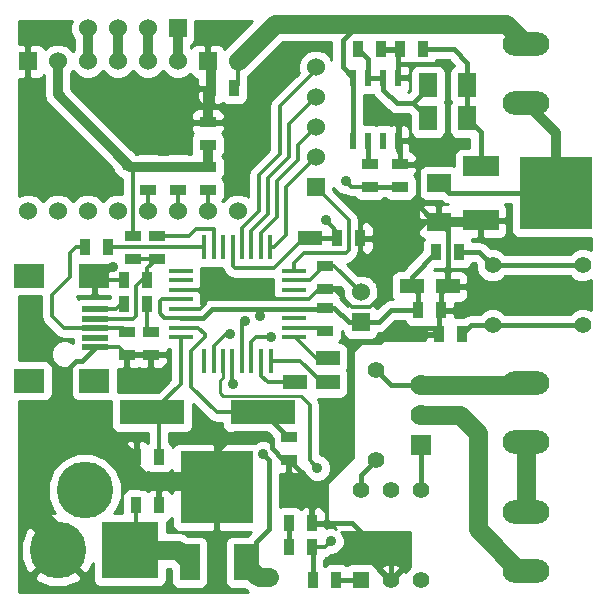
<source format=gtl>
G04 (created by PCBNEW (2013-mar-13)-testing) date czw, 7 sie 2014, 20:04:06*
%MOIN*%
G04 Gerber Fmt 3.4, Leading zero omitted, Abs format*
%FSLAX34Y34*%
G01*
G70*
G90*
G04 APERTURE LIST*
%ADD10C,0.005906*%
%ADD11R,0.035000X0.055000*%
%ADD12R,0.055000X0.035000*%
%ADD13R,0.080000X0.060000*%
%ADD14R,0.090600X0.019700*%
%ADD15R,0.098400X0.078700*%
%ADD16R,0.060000X0.060000*%
%ADD17C,0.060000*%
%ADD18R,0.080000X0.050000*%
%ADD19O,0.156000X0.078000*%
%ADD20C,0.189000*%
%ADD21R,0.189000X0.189000*%
%ADD22R,0.120000X0.065000*%
%ADD23R,0.240000X0.240000*%
%ADD24C,0.055000*%
%ADD25R,0.060000X0.080000*%
%ADD26R,0.065000X0.120000*%
%ADD27C,0.070000*%
%ADD28R,0.070000X0.070000*%
%ADD29R,0.216500X0.078700*%
%ADD30R,0.078700X0.017700*%
%ADD31R,0.017700X0.078700*%
%ADD32R,0.055000X0.055000*%
%ADD33R,0.023600X0.055100*%
%ADD34C,0.035000*%
%ADD35C,0.039370*%
%ADD36C,0.010000*%
%ADD37C,0.012000*%
%ADD38C,0.016000*%
%ADD39C,0.032000*%
%ADD40C,0.064000*%
G04 APERTURE END LIST*
G54D10*
G54D11*
X10917Y-7577D03*
X11667Y-7577D03*
G54D12*
X6592Y-4452D03*
X6592Y-3702D03*
X9292Y-14952D03*
X9292Y-14202D03*
X12992Y-5852D03*
X12992Y-5102D03*
G54D11*
X11617Y-1277D03*
X12367Y-1277D03*
X7467Y-2577D03*
X6717Y-2577D03*
X4217Y-16477D03*
X4967Y-16477D03*
X4217Y-14877D03*
X4967Y-14877D03*
X14367Y-9977D03*
X13617Y-9977D03*
G54D12*
X4692Y-10702D03*
X4692Y-11452D03*
X3892Y-11452D03*
X3892Y-10702D03*
G54D11*
X3817Y-8977D03*
X4567Y-8977D03*
X9317Y-17077D03*
X10067Y-17077D03*
G54D13*
X14292Y-7027D03*
X14292Y-5727D03*
G54D12*
X10492Y-9902D03*
X10492Y-10652D03*
G54D14*
X2850Y-9947D03*
X2850Y-10262D03*
X2850Y-10577D03*
X2850Y-10892D03*
X2850Y-11207D03*
G54D15*
X2811Y-8825D03*
X646Y-8825D03*
X2811Y-12329D03*
X646Y-12329D03*
G54D16*
X5592Y-577D03*
G54D17*
X4592Y-577D03*
X3592Y-577D03*
X2592Y-577D03*
G54D18*
X13392Y-9177D03*
X9492Y-12377D03*
G54D19*
X17192Y-16687D03*
X17192Y-18657D03*
G54D18*
X10592Y-12377D03*
G54D20*
X1592Y-17977D03*
G54D21*
X3992Y-17977D03*
G54D20*
X2492Y-15977D03*
G54D18*
X10592Y-11577D03*
X9992Y-7577D03*
X14592Y-9177D03*
G54D19*
X17192Y-1087D03*
X17192Y-3057D03*
X17192Y-12387D03*
X17192Y-14357D03*
G54D16*
X11692Y-10377D03*
G54D17*
X11692Y-9377D03*
G54D16*
X10192Y-5877D03*
G54D17*
X10192Y-4877D03*
X10192Y-3877D03*
X10192Y-2877D03*
X10192Y-1877D03*
G54D22*
X15692Y-5177D03*
G54D23*
X18192Y-6077D03*
G54D22*
X15692Y-6977D03*
G54D11*
X15067Y-10777D03*
X14317Y-10777D03*
X14217Y-8027D03*
X14967Y-8027D03*
X4567Y-9777D03*
X3817Y-9777D03*
X2517Y-7877D03*
X3267Y-7877D03*
X10067Y-17877D03*
X9317Y-17877D03*
X10117Y-18977D03*
X10867Y-18977D03*
G54D24*
X12192Y-14977D03*
X12192Y-11977D03*
G54D12*
X11992Y-5852D03*
X11992Y-5102D03*
G54D25*
X13942Y-2477D03*
X15242Y-2477D03*
X13942Y-3577D03*
X15242Y-3577D03*
G54D12*
X4892Y-7502D03*
X4892Y-8252D03*
X4092Y-7502D03*
X4092Y-8252D03*
G54D11*
X13767Y-1277D03*
X13017Y-1277D03*
G54D12*
X10492Y-8502D03*
X10492Y-9252D03*
X4592Y-5952D03*
X4592Y-5202D03*
X5592Y-5952D03*
X5592Y-5202D03*
X6592Y-5952D03*
X6592Y-5202D03*
G54D24*
X19092Y-10477D03*
X19092Y-8477D03*
X16092Y-10477D03*
X16092Y-8477D03*
G54D26*
X5992Y-18377D03*
G54D23*
X6892Y-15877D03*
G54D26*
X7792Y-18377D03*
G54D27*
X13692Y-12477D03*
X13692Y-13477D03*
G54D28*
X13692Y-14477D03*
G54D16*
X592Y-1677D03*
G54D17*
X1592Y-1677D03*
X2592Y-1677D03*
X3592Y-1677D03*
X4592Y-1677D03*
X5592Y-1677D03*
G54D16*
X6592Y-1677D03*
G54D17*
X7592Y-1677D03*
X7592Y-6677D03*
X6592Y-6677D03*
X5592Y-6677D03*
X4592Y-6677D03*
X3592Y-6677D03*
X2592Y-6677D03*
X1592Y-6677D03*
X592Y-6677D03*
G54D29*
X4742Y-13377D03*
X8442Y-13377D03*
G54D30*
X5696Y-10870D03*
X5696Y-10555D03*
X5696Y-10240D03*
X5696Y-9925D03*
X5696Y-9610D03*
X5696Y-9295D03*
X5696Y-8980D03*
X5696Y-8665D03*
X9462Y-8667D03*
X9462Y-10877D03*
X9462Y-10557D03*
X9462Y-10237D03*
X9462Y-9927D03*
X9462Y-9607D03*
X9462Y-9297D03*
X9462Y-8977D03*
G54D31*
X6480Y-7877D03*
X6794Y-7877D03*
X7110Y-7877D03*
X7424Y-7877D03*
X7740Y-7877D03*
X8054Y-7877D03*
X8370Y-7877D03*
X8684Y-7877D03*
X6482Y-11657D03*
X6792Y-11657D03*
X7112Y-11657D03*
X7422Y-11657D03*
X7732Y-11657D03*
X8052Y-11657D03*
X8372Y-11657D03*
X8692Y-11657D03*
G54D32*
X11692Y-18977D03*
G54D24*
X12692Y-18977D03*
X13692Y-18977D03*
X13692Y-15977D03*
X12692Y-15977D03*
X11692Y-15977D03*
G54D33*
X11442Y-2227D03*
X11442Y-4327D03*
X11942Y-2227D03*
X12442Y-2227D03*
X12942Y-2227D03*
X11942Y-4327D03*
X12442Y-4327D03*
X12942Y-4327D03*
G54D34*
X10242Y-15227D03*
X10692Y-17677D03*
X11192Y-5677D03*
X7342Y-10777D03*
X10542Y-6977D03*
X12992Y-6677D03*
X3442Y-8527D03*
X8692Y-10877D03*
X7842Y-10327D03*
X7442Y-12427D03*
G54D35*
X3892Y-5127D03*
G54D34*
X8342Y-10177D03*
X8442Y-14777D03*
G54D35*
X8642Y-18877D03*
G54D36*
X7112Y-12207D02*
X7112Y-11657D01*
X6992Y-12327D02*
X7112Y-12207D01*
X6992Y-12727D02*
X6992Y-12327D01*
X7092Y-12827D02*
X6992Y-12727D01*
X8142Y-12827D02*
X7092Y-12827D01*
X9692Y-12827D02*
X8142Y-12827D01*
X9992Y-13127D02*
X9692Y-12827D01*
G54D37*
X9992Y-14977D02*
X9992Y-13127D01*
X10242Y-15227D02*
X9992Y-14977D01*
X10492Y-17877D02*
X10692Y-17677D01*
X10067Y-17877D02*
X10492Y-17877D01*
G54D38*
X10117Y-18977D02*
X10117Y-17927D01*
X10117Y-17927D02*
X10067Y-17877D01*
G54D37*
X9462Y-10557D02*
X10397Y-10557D01*
X10397Y-10557D02*
X10492Y-10652D01*
X2850Y-10577D02*
X1792Y-10577D01*
X2192Y-7877D02*
X2517Y-7877D01*
X1992Y-8077D02*
X2192Y-7877D01*
X1992Y-8877D02*
X1992Y-8077D01*
X1392Y-9477D02*
X1992Y-8877D01*
X1392Y-10177D02*
X1392Y-9477D01*
X1792Y-10577D02*
X1392Y-10177D01*
X2850Y-10577D02*
X3767Y-10577D01*
X3767Y-10577D02*
X3892Y-10702D01*
X2850Y-10262D02*
X4107Y-10262D01*
X4392Y-8977D02*
X4567Y-8977D01*
X4192Y-9177D02*
X4392Y-8977D01*
X4192Y-10177D02*
X4192Y-9177D01*
X4107Y-10262D02*
X4192Y-10177D01*
X4567Y-8977D02*
X4567Y-8577D01*
X4567Y-8577D02*
X4892Y-8252D01*
X4892Y-8252D02*
X4092Y-8252D01*
X8692Y-11657D02*
X9672Y-11657D01*
X10392Y-12377D02*
X10592Y-12377D01*
X9672Y-11657D02*
X10392Y-12377D01*
X9492Y-12377D02*
X8592Y-12377D01*
X8372Y-12157D02*
X8372Y-11657D01*
X8592Y-12377D02*
X8372Y-12157D01*
X6792Y-11657D02*
X6792Y-11177D01*
X11367Y-5852D02*
X11992Y-5852D01*
X11192Y-5677D02*
X11367Y-5852D01*
X7192Y-10777D02*
X7342Y-10777D01*
X6792Y-11177D02*
X7192Y-10777D01*
G54D38*
X12992Y-5852D02*
X11992Y-5852D01*
G54D37*
X10917Y-7577D02*
X10917Y-7352D01*
X10917Y-7352D02*
X10542Y-6977D01*
G54D38*
X16092Y-8477D02*
X15642Y-8027D01*
X15642Y-8027D02*
X14967Y-8027D01*
X9992Y-7577D02*
X10917Y-7577D01*
X16092Y-8477D02*
X19092Y-8477D01*
G54D37*
X9992Y-7577D02*
X9792Y-7577D01*
X7424Y-8509D02*
X7424Y-7877D01*
X7492Y-8577D02*
X7424Y-8509D01*
X8792Y-8577D02*
X7492Y-8577D01*
X9792Y-7577D02*
X8792Y-8577D01*
X10592Y-11577D02*
X10192Y-11577D01*
X9492Y-10877D02*
X9462Y-10877D01*
X10192Y-11577D02*
X9492Y-10877D01*
X9462Y-8977D02*
X9992Y-8977D01*
X10467Y-8502D02*
X10492Y-8502D01*
X9992Y-8977D02*
X10467Y-8502D01*
X10492Y-8502D02*
X10817Y-8502D01*
X10817Y-8502D02*
X11692Y-9377D01*
G54D38*
X2850Y-11207D02*
X2850Y-11219D01*
X1942Y-14327D02*
X1792Y-14477D01*
X1942Y-11927D02*
X1942Y-14327D01*
X2192Y-11677D02*
X1942Y-11927D01*
X2392Y-11677D02*
X2192Y-11677D01*
X2850Y-11219D02*
X2392Y-11677D01*
X9292Y-14952D02*
X9117Y-14952D01*
X6892Y-14677D02*
X6892Y-15877D01*
X7492Y-14077D02*
X6892Y-14677D01*
X8542Y-14077D02*
X7492Y-14077D01*
X8742Y-14277D02*
X8542Y-14077D01*
X8742Y-14577D02*
X8742Y-14277D01*
X9117Y-14952D02*
X8742Y-14577D01*
X13542Y-7327D02*
X13542Y-7227D01*
X13542Y-7227D02*
X12992Y-6677D01*
X10067Y-15927D02*
X10342Y-15927D01*
X11392Y-14877D02*
X11392Y-14027D01*
X10342Y-15927D02*
X11392Y-14877D01*
X10067Y-17077D02*
X10067Y-15927D01*
X14117Y-10577D02*
X14317Y-10777D01*
X11392Y-14027D02*
X11392Y-11327D01*
X11392Y-11327D02*
X11692Y-11027D01*
X11692Y-11027D02*
X12342Y-11027D01*
X12342Y-11027D02*
X12792Y-10577D01*
X12792Y-10577D02*
X14117Y-10577D01*
G54D37*
X2811Y-8825D02*
X3144Y-8825D01*
X3144Y-8825D02*
X3442Y-8527D01*
G54D38*
X11667Y-7577D02*
X11667Y-8002D01*
X11667Y-8002D02*
X12292Y-8627D01*
X14292Y-7027D02*
X13842Y-7027D01*
X12292Y-8577D02*
X12292Y-8627D01*
X12292Y-8627D02*
X12292Y-9477D01*
X13842Y-7027D02*
X13542Y-7327D01*
X13542Y-7327D02*
X12292Y-8577D01*
G54D39*
X14292Y-7027D02*
X15642Y-7027D01*
X15642Y-7027D02*
X15692Y-6977D01*
X6717Y-2577D02*
X6717Y-1802D01*
X6717Y-1802D02*
X6592Y-1677D01*
X6592Y-3702D02*
X6592Y-2702D01*
X6592Y-2702D02*
X6717Y-2577D01*
G54D38*
X14292Y-7027D02*
X14142Y-7027D01*
X14142Y-7027D02*
X13592Y-6477D01*
X13592Y-6477D02*
X13592Y-5102D01*
X12992Y-5102D02*
X13592Y-5102D01*
X13592Y-5102D02*
X13667Y-5102D01*
X13667Y-5102D02*
X14592Y-4177D01*
X14592Y-4177D02*
X14592Y-1977D01*
X14592Y-1977D02*
X14392Y-1777D01*
X14392Y-1777D02*
X12942Y-1777D01*
X12942Y-1777D02*
X12992Y-1777D01*
X12992Y-1777D02*
X12942Y-1777D01*
X12992Y-5102D02*
X12992Y-4377D01*
X12992Y-4377D02*
X12942Y-4327D01*
X12367Y-1277D02*
X13017Y-1277D01*
X12942Y-2227D02*
X12942Y-1777D01*
X12942Y-1777D02*
X12942Y-1352D01*
X12942Y-1352D02*
X13017Y-1277D01*
X14592Y-9177D02*
X14592Y-7327D01*
X14592Y-7327D02*
X14292Y-7027D01*
X14367Y-9977D02*
X14367Y-9402D01*
X14367Y-9402D02*
X14592Y-9177D01*
X14317Y-10777D02*
X14317Y-10027D01*
X14317Y-10027D02*
X14367Y-9977D01*
X10067Y-17077D02*
X10067Y-15727D01*
X10067Y-15727D02*
X9292Y-14952D01*
X12692Y-18977D02*
X12692Y-18377D01*
X11392Y-17077D02*
X10067Y-17077D01*
X12692Y-18377D02*
X11392Y-17077D01*
G54D40*
X3892Y-14877D02*
X3892Y-15177D01*
X3892Y-15177D02*
X4392Y-15677D01*
X4392Y-15677D02*
X6692Y-15677D01*
X6692Y-15677D02*
X6892Y-15877D01*
X1592Y-17977D02*
X1592Y-17477D01*
X1592Y-17477D02*
X892Y-16777D01*
X892Y-16777D02*
X892Y-15377D01*
X892Y-15377D02*
X1792Y-14477D01*
X3892Y-14877D02*
X3992Y-14877D01*
X3492Y-14477D02*
X3892Y-14877D01*
X1792Y-14477D02*
X3492Y-14477D01*
G54D37*
X10517Y-9277D02*
X10492Y-9252D01*
X12292Y-9477D02*
X12292Y-9577D01*
X12292Y-9577D02*
X11992Y-9877D01*
X11992Y-9877D02*
X11392Y-9877D01*
X11392Y-9877D02*
X10792Y-9277D01*
X10792Y-9277D02*
X10517Y-9277D01*
X9462Y-9607D02*
X9962Y-9607D01*
X10317Y-9252D02*
X10492Y-9252D01*
X9962Y-9607D02*
X10317Y-9252D01*
X3892Y-11452D02*
X4692Y-11452D01*
X3817Y-8977D02*
X2963Y-8977D01*
X2963Y-8977D02*
X2811Y-8825D01*
X2850Y-11207D02*
X3647Y-11207D01*
X3647Y-11207D02*
X3892Y-11452D01*
X4967Y-16477D02*
X4967Y-15477D01*
X4967Y-15477D02*
X4992Y-15477D01*
X4217Y-14877D02*
X4217Y-15302D01*
X6492Y-15477D02*
X6892Y-15877D01*
X4992Y-15477D02*
X6492Y-15477D01*
X4392Y-15477D02*
X4992Y-15477D01*
X4217Y-15302D02*
X4392Y-15477D01*
X9462Y-9607D02*
X6492Y-9607D01*
X6492Y-9607D02*
X6492Y-9577D01*
X5696Y-9295D02*
X6310Y-9295D01*
X6344Y-9925D02*
X5696Y-9925D01*
X6492Y-9777D02*
X6344Y-9925D01*
X6492Y-9477D02*
X6492Y-9577D01*
X6492Y-9577D02*
X6492Y-9777D01*
X6310Y-9295D02*
X6492Y-9477D01*
X4967Y-14877D02*
X4967Y-13602D01*
X4967Y-13602D02*
X4742Y-13377D01*
X5696Y-10870D02*
X5696Y-12423D01*
X5696Y-12423D02*
X4742Y-13377D01*
X8054Y-7877D02*
X8054Y-7315D01*
X9292Y-3777D02*
X10192Y-2877D01*
X9292Y-4877D02*
X9292Y-3777D01*
X8592Y-5577D02*
X9292Y-4877D01*
X8592Y-6777D02*
X8592Y-5577D01*
X8054Y-7315D02*
X8592Y-6777D01*
X9462Y-8667D02*
X9462Y-8407D01*
X11292Y-6977D02*
X10192Y-5877D01*
X11292Y-7977D02*
X11292Y-6977D01*
X11192Y-8077D02*
X11292Y-7977D01*
X9792Y-8077D02*
X11192Y-8077D01*
X9462Y-8407D02*
X9792Y-8077D01*
X3267Y-7877D02*
X6480Y-7877D01*
G54D39*
X18192Y-6077D02*
X18192Y-4057D01*
X18192Y-4057D02*
X17192Y-3057D01*
G54D38*
X18192Y-6077D02*
X14642Y-6077D01*
X14642Y-6077D02*
X14292Y-5727D01*
X13942Y-2477D02*
X13942Y-2577D01*
X13942Y-2577D02*
X13442Y-3077D01*
X12442Y-2227D02*
X12442Y-2627D01*
X13442Y-3077D02*
X13942Y-3577D01*
X12892Y-3077D02*
X13442Y-3077D01*
X12442Y-2627D02*
X12892Y-3077D01*
X12442Y-2227D02*
X11942Y-2227D01*
X11942Y-2227D02*
X11942Y-1602D01*
X11942Y-1602D02*
X11617Y-1277D01*
X11942Y-4327D02*
X11942Y-5052D01*
X11942Y-5052D02*
X11992Y-5102D01*
X13767Y-1277D02*
X14792Y-1277D01*
X15242Y-1727D02*
X15242Y-2477D01*
X14792Y-1277D02*
X15242Y-1727D01*
X15242Y-3577D02*
X15242Y-2477D01*
X15692Y-5177D02*
X15692Y-4027D01*
X15692Y-4027D02*
X15242Y-3577D01*
G54D37*
X4892Y-7502D02*
X5967Y-7502D01*
X6794Y-7279D02*
X6794Y-7877D01*
X6792Y-7277D02*
X6794Y-7279D01*
X6192Y-7277D02*
X6792Y-7277D01*
X5967Y-7502D02*
X6192Y-7277D01*
G54D38*
X16092Y-10477D02*
X15367Y-10477D01*
X15367Y-10477D02*
X15067Y-10777D01*
X19092Y-10477D02*
X16092Y-10477D01*
G54D37*
X8370Y-7877D02*
X8370Y-7399D01*
X9592Y-4477D02*
X10192Y-3877D01*
X9592Y-4977D02*
X9592Y-4477D01*
X8892Y-5677D02*
X9592Y-4977D01*
X8892Y-6877D02*
X8892Y-5677D01*
X8370Y-7399D02*
X8892Y-6877D01*
X8442Y-13377D02*
X6892Y-13377D01*
X6270Y-10555D02*
X5696Y-10555D01*
X6492Y-10777D02*
X6270Y-10555D01*
X6492Y-10877D02*
X6492Y-10777D01*
X6042Y-11327D02*
X6492Y-10877D01*
X6042Y-12527D02*
X6042Y-11327D01*
X6892Y-13377D02*
X6042Y-12527D01*
G54D38*
X9292Y-14202D02*
X9267Y-14202D01*
X9267Y-14202D02*
X8442Y-13377D01*
G54D37*
X8052Y-11657D02*
X8052Y-11017D01*
X8192Y-10877D02*
X8692Y-10877D01*
X8052Y-11017D02*
X8192Y-10877D01*
X7732Y-10437D02*
X7732Y-11657D01*
X7842Y-10327D02*
X7732Y-10437D01*
X7422Y-12407D02*
X7422Y-11657D01*
X7442Y-12427D02*
X7422Y-12407D01*
X4567Y-9677D02*
X4567Y-10577D01*
X4567Y-10577D02*
X4692Y-10702D01*
G54D40*
X17192Y-18657D02*
X16972Y-18657D01*
X14992Y-13477D02*
X13692Y-13477D01*
X15592Y-14077D02*
X14992Y-13477D01*
X15592Y-17277D02*
X15592Y-14077D01*
X16972Y-18657D02*
X15592Y-17277D01*
G54D37*
X2850Y-9947D02*
X3547Y-9947D01*
X3547Y-9947D02*
X3817Y-9677D01*
X4592Y-6677D02*
X4592Y-5952D01*
X5592Y-6677D02*
X5592Y-5952D01*
X6592Y-6677D02*
X6592Y-5952D01*
G54D39*
X5592Y-1677D02*
X5592Y-577D01*
X4592Y-1677D02*
X4592Y-577D01*
X3592Y-1677D02*
X3592Y-577D01*
G54D40*
X17192Y-16687D02*
X17192Y-14357D01*
G54D39*
X2592Y-1677D02*
X2592Y-577D01*
G54D38*
X13692Y-12477D02*
X12692Y-12477D01*
X12692Y-12477D02*
X12192Y-11977D01*
G54D40*
X13692Y-12477D02*
X17102Y-12477D01*
X17102Y-12477D02*
X17192Y-12387D01*
G54D38*
X11692Y-15977D02*
X11692Y-15477D01*
X11692Y-15477D02*
X12192Y-14977D01*
X13692Y-14477D02*
X13692Y-15977D01*
X11692Y-18977D02*
X10867Y-18977D01*
X9317Y-17877D02*
X9317Y-17077D01*
G54D37*
X8684Y-7877D02*
X8792Y-7877D01*
X9192Y-5877D02*
X10192Y-4877D01*
X9192Y-7477D02*
X9192Y-5877D01*
X8792Y-7877D02*
X9192Y-7477D01*
X7740Y-7877D02*
X7740Y-7229D01*
X7740Y-7229D02*
X7892Y-7077D01*
X10192Y-1877D02*
X10192Y-1977D01*
X8292Y-6677D02*
X7892Y-7077D01*
X8292Y-5477D02*
X8292Y-6677D01*
X8992Y-4777D02*
X8292Y-5477D01*
X8992Y-3177D02*
X8992Y-4777D01*
X10192Y-1977D02*
X8992Y-3177D01*
G54D40*
X17192Y-1087D02*
X16532Y-427D01*
X16532Y-427D02*
X8842Y-427D01*
X8842Y-427D02*
X7592Y-1677D01*
G54D37*
X7592Y-1677D02*
X7592Y-2452D01*
X7592Y-2452D02*
X7467Y-2577D01*
G54D38*
X11442Y-2227D02*
X11092Y-1877D01*
X11092Y-1877D02*
X11092Y-977D01*
X11092Y-977D02*
X11392Y-677D01*
X11392Y-677D02*
X16782Y-677D01*
X16782Y-677D02*
X17192Y-1087D01*
X11442Y-4327D02*
X11442Y-2227D01*
G54D40*
X3992Y-17977D02*
X5592Y-17977D01*
X5592Y-17977D02*
X5992Y-18377D01*
G54D37*
X4217Y-16477D02*
X4217Y-17752D01*
X4217Y-17752D02*
X3992Y-17977D01*
G54D38*
X8292Y-9927D02*
X8292Y-10127D01*
X3717Y-4952D02*
X3717Y-4902D01*
X3892Y-5127D02*
X3717Y-4952D01*
X8292Y-10127D02*
X8342Y-10177D01*
X8642Y-15727D02*
X8642Y-14977D01*
X8217Y-17702D02*
X8642Y-17277D01*
X8642Y-17277D02*
X8642Y-15977D01*
X8642Y-15977D02*
X8642Y-15727D01*
X8217Y-18802D02*
X8217Y-17702D01*
X8642Y-14977D02*
X8442Y-14777D01*
G54D40*
X8292Y-18877D02*
X8217Y-18802D01*
X8217Y-18802D02*
X7792Y-18377D01*
X8642Y-18877D02*
X8292Y-18877D01*
G54D38*
X14217Y-8027D02*
X13392Y-8852D01*
X13392Y-8852D02*
X13392Y-9177D01*
G54D39*
X6592Y-5202D02*
X6592Y-4452D01*
X5592Y-5202D02*
X6592Y-5202D01*
X4592Y-5202D02*
X5592Y-5202D01*
X1592Y-1677D02*
X1592Y-2777D01*
X1592Y-2777D02*
X3717Y-4902D01*
X4017Y-5202D02*
X4592Y-5202D01*
X3717Y-4902D02*
X4017Y-5202D01*
G54D38*
X9462Y-9927D02*
X8292Y-9927D01*
X8292Y-9927D02*
X6742Y-9927D01*
X6742Y-9927D02*
X6429Y-10240D01*
X6429Y-10240D02*
X5696Y-10240D01*
X9462Y-9927D02*
X10467Y-9927D01*
X10467Y-9927D02*
X10492Y-9902D01*
X11692Y-10377D02*
X11292Y-10377D01*
X11292Y-10377D02*
X10817Y-9902D01*
X10817Y-9902D02*
X10492Y-9902D01*
X13617Y-9977D02*
X12692Y-9977D01*
X12692Y-9977D02*
X12292Y-10377D01*
X12292Y-10377D02*
X11692Y-10377D01*
X13617Y-9977D02*
X13617Y-9402D01*
X13617Y-9402D02*
X13392Y-9177D01*
G54D37*
X10467Y-9927D02*
X10492Y-9902D01*
X4092Y-7502D02*
X4092Y-5277D01*
X4167Y-5202D02*
X4592Y-5202D01*
X4092Y-5277D02*
X4167Y-5202D01*
X5696Y-10240D02*
X5155Y-10240D01*
X5059Y-9610D02*
X5696Y-9610D01*
X4992Y-9677D02*
X5059Y-9610D01*
X4992Y-10077D02*
X4992Y-9677D01*
X5155Y-10240D02*
X4992Y-10077D01*
X6429Y-10240D02*
X5696Y-10240D01*
X6742Y-9927D02*
X6429Y-10240D01*
G54D10*
G36*
X3352Y-9559D02*
X3246Y-9559D01*
X2340Y-9559D01*
X2280Y-9584D01*
X2246Y-9503D01*
X2262Y-9509D01*
X2689Y-9509D01*
X2761Y-9436D01*
X2761Y-8875D01*
X2754Y-8875D01*
X2754Y-8775D01*
X2761Y-8775D01*
X2761Y-8768D01*
X2861Y-8768D01*
X2861Y-8775D01*
X2869Y-8775D01*
X2869Y-8875D01*
X2861Y-8875D01*
X2861Y-9436D01*
X2934Y-9509D01*
X3352Y-9509D01*
X3352Y-9559D01*
X3352Y-9559D01*
G37*
G54D36*
X3352Y-9559D02*
X3246Y-9559D01*
X2340Y-9559D01*
X2280Y-9584D01*
X2246Y-9503D01*
X2262Y-9509D01*
X2689Y-9509D01*
X2761Y-9436D01*
X2761Y-8875D01*
X2754Y-8875D01*
X2754Y-8775D01*
X2761Y-8775D01*
X2761Y-8768D01*
X2861Y-8768D01*
X2861Y-8775D01*
X2869Y-8775D01*
X2869Y-8875D01*
X2861Y-8875D01*
X2861Y-9436D01*
X2934Y-9509D01*
X3352Y-9509D01*
X3352Y-9559D01*
G54D10*
G36*
X3742Y-6101D02*
X3710Y-6088D01*
X3476Y-6087D01*
X3259Y-6177D01*
X3093Y-6343D01*
X3092Y-6343D01*
X2927Y-6178D01*
X2710Y-6088D01*
X2476Y-6087D01*
X2259Y-6177D01*
X2093Y-6343D01*
X2092Y-6343D01*
X1927Y-6178D01*
X1710Y-6088D01*
X1476Y-6087D01*
X1259Y-6177D01*
X1093Y-6343D01*
X1092Y-6343D01*
X927Y-6178D01*
X710Y-6088D01*
X476Y-6087D01*
X319Y-6152D01*
X319Y-2267D01*
X470Y-2267D01*
X542Y-2195D01*
X542Y-1727D01*
X535Y-1727D01*
X535Y-1627D01*
X542Y-1627D01*
X542Y-1160D01*
X470Y-1087D01*
X319Y-1087D01*
X319Y-319D01*
X2061Y-319D01*
X2003Y-460D01*
X2002Y-694D01*
X2092Y-911D01*
X2142Y-962D01*
X2142Y-1293D01*
X2093Y-1343D01*
X2092Y-1343D01*
X1927Y-1178D01*
X1710Y-1088D01*
X1476Y-1087D01*
X1259Y-1177D01*
X1163Y-1273D01*
X1138Y-1213D01*
X1057Y-1132D01*
X950Y-1087D01*
X715Y-1087D01*
X642Y-1160D01*
X642Y-1627D01*
X650Y-1627D01*
X650Y-1727D01*
X642Y-1727D01*
X642Y-2195D01*
X715Y-2267D01*
X950Y-2267D01*
X1057Y-2223D01*
X1138Y-2142D01*
X1142Y-2132D01*
X1142Y-2777D01*
X1177Y-2950D01*
X1274Y-3096D01*
X3399Y-5221D01*
X3408Y-5229D01*
X3479Y-5403D01*
X3616Y-5540D01*
X3742Y-5592D01*
X3742Y-6101D01*
X3742Y-6101D01*
G37*
G54D36*
X3742Y-6101D02*
X3710Y-6088D01*
X3476Y-6087D01*
X3259Y-6177D01*
X3093Y-6343D01*
X3092Y-6343D01*
X2927Y-6178D01*
X2710Y-6088D01*
X2476Y-6087D01*
X2259Y-6177D01*
X2093Y-6343D01*
X2092Y-6343D01*
X1927Y-6178D01*
X1710Y-6088D01*
X1476Y-6087D01*
X1259Y-6177D01*
X1093Y-6343D01*
X1092Y-6343D01*
X927Y-6178D01*
X710Y-6088D01*
X476Y-6087D01*
X319Y-6152D01*
X319Y-2267D01*
X470Y-2267D01*
X542Y-2195D01*
X542Y-1727D01*
X535Y-1727D01*
X535Y-1627D01*
X542Y-1627D01*
X542Y-1160D01*
X470Y-1087D01*
X319Y-1087D01*
X319Y-319D01*
X2061Y-319D01*
X2003Y-460D01*
X2002Y-694D01*
X2092Y-911D01*
X2142Y-962D01*
X2142Y-1293D01*
X2093Y-1343D01*
X2092Y-1343D01*
X1927Y-1178D01*
X1710Y-1088D01*
X1476Y-1087D01*
X1259Y-1177D01*
X1163Y-1273D01*
X1138Y-1213D01*
X1057Y-1132D01*
X950Y-1087D01*
X715Y-1087D01*
X642Y-1160D01*
X642Y-1627D01*
X650Y-1627D01*
X650Y-1727D01*
X642Y-1727D01*
X642Y-2195D01*
X715Y-2267D01*
X950Y-2267D01*
X1057Y-2223D01*
X1138Y-2142D01*
X1142Y-2132D01*
X1142Y-2777D01*
X1177Y-2950D01*
X1274Y-3096D01*
X3399Y-5221D01*
X3408Y-5229D01*
X3479Y-5403D01*
X3616Y-5540D01*
X3742Y-5592D01*
X3742Y-6101D01*
G54D10*
G36*
X3875Y-9027D02*
X3867Y-9027D01*
X3867Y-9035D01*
X3767Y-9035D01*
X3767Y-9027D01*
X3760Y-9027D01*
X3760Y-8927D01*
X3767Y-8927D01*
X3767Y-8920D01*
X3867Y-8920D01*
X3867Y-8927D01*
X3875Y-8927D01*
X3875Y-9027D01*
X3875Y-9027D01*
G37*
G54D36*
X3875Y-9027D02*
X3867Y-9027D01*
X3867Y-9035D01*
X3767Y-9035D01*
X3767Y-9027D01*
X3760Y-9027D01*
X3760Y-8927D01*
X3767Y-8927D01*
X3767Y-8920D01*
X3867Y-8920D01*
X3867Y-8927D01*
X3875Y-8927D01*
X3875Y-9027D01*
G54D10*
G36*
X5346Y-12278D02*
X5257Y-12367D01*
X5257Y-11685D01*
X5257Y-11575D01*
X5185Y-11502D01*
X4742Y-11502D01*
X4742Y-11845D01*
X4815Y-11917D01*
X4910Y-11917D01*
X5025Y-11917D01*
X5132Y-11873D01*
X5213Y-11792D01*
X5257Y-11685D01*
X5257Y-12367D01*
X4931Y-12694D01*
X4642Y-12694D01*
X4642Y-11845D01*
X4642Y-11502D01*
X4385Y-11502D01*
X4200Y-11502D01*
X3942Y-11502D01*
X3942Y-11845D01*
X4015Y-11917D01*
X4110Y-11917D01*
X4225Y-11917D01*
X4292Y-11890D01*
X4360Y-11917D01*
X4475Y-11917D01*
X4570Y-11917D01*
X4642Y-11845D01*
X4642Y-12694D01*
X3602Y-12694D01*
X3593Y-12698D01*
X3593Y-12665D01*
X3593Y-11917D01*
X3675Y-11917D01*
X3770Y-11917D01*
X3842Y-11845D01*
X3842Y-11502D01*
X3835Y-11502D01*
X3835Y-11402D01*
X3842Y-11402D01*
X3842Y-11395D01*
X3942Y-11395D01*
X3942Y-11402D01*
X4200Y-11402D01*
X4385Y-11402D01*
X4642Y-11402D01*
X4642Y-11395D01*
X4742Y-11395D01*
X4742Y-11402D01*
X5185Y-11402D01*
X5257Y-11330D01*
X5257Y-11249D01*
X5346Y-11249D01*
X5346Y-12278D01*
X5346Y-12278D01*
G37*
G54D36*
X5346Y-12278D02*
X5257Y-12367D01*
X5257Y-11685D01*
X5257Y-11575D01*
X5185Y-11502D01*
X4742Y-11502D01*
X4742Y-11845D01*
X4815Y-11917D01*
X4910Y-11917D01*
X5025Y-11917D01*
X5132Y-11873D01*
X5213Y-11792D01*
X5257Y-11685D01*
X5257Y-12367D01*
X4931Y-12694D01*
X4642Y-12694D01*
X4642Y-11845D01*
X4642Y-11502D01*
X4385Y-11502D01*
X4200Y-11502D01*
X3942Y-11502D01*
X3942Y-11845D01*
X4015Y-11917D01*
X4110Y-11917D01*
X4225Y-11917D01*
X4292Y-11890D01*
X4360Y-11917D01*
X4475Y-11917D01*
X4570Y-11917D01*
X4642Y-11845D01*
X4642Y-12694D01*
X3602Y-12694D01*
X3593Y-12698D01*
X3593Y-12665D01*
X3593Y-11917D01*
X3675Y-11917D01*
X3770Y-11917D01*
X3842Y-11845D01*
X3842Y-11502D01*
X3835Y-11502D01*
X3835Y-11402D01*
X3842Y-11402D01*
X3842Y-11395D01*
X3942Y-11395D01*
X3942Y-11402D01*
X4200Y-11402D01*
X4385Y-11402D01*
X4642Y-11402D01*
X4642Y-11395D01*
X4742Y-11395D01*
X4742Y-11402D01*
X5185Y-11402D01*
X5257Y-11330D01*
X5257Y-11249D01*
X5346Y-11249D01*
X5346Y-12278D01*
G54D10*
G36*
X8088Y-319D02*
X7161Y-1246D01*
X7155Y-1255D01*
X7138Y-1213D01*
X7057Y-1132D01*
X6950Y-1087D01*
X6715Y-1087D01*
X6642Y-1160D01*
X6642Y-1627D01*
X6650Y-1627D01*
X6650Y-1727D01*
X6642Y-1727D01*
X6642Y-1735D01*
X6542Y-1735D01*
X6542Y-1727D01*
X6535Y-1727D01*
X6535Y-1627D01*
X6542Y-1627D01*
X6542Y-1160D01*
X6470Y-1087D01*
X6235Y-1087D01*
X6128Y-1132D01*
X6047Y-1213D01*
X6042Y-1223D01*
X6042Y-1129D01*
X6057Y-1123D01*
X6138Y-1042D01*
X6182Y-935D01*
X6182Y-820D01*
X6182Y-319D01*
X8088Y-319D01*
X8088Y-319D01*
G37*
G54D36*
X8088Y-319D02*
X7161Y-1246D01*
X7155Y-1255D01*
X7138Y-1213D01*
X7057Y-1132D01*
X6950Y-1087D01*
X6715Y-1087D01*
X6642Y-1160D01*
X6642Y-1627D01*
X6650Y-1627D01*
X6650Y-1727D01*
X6642Y-1727D01*
X6642Y-1735D01*
X6542Y-1735D01*
X6542Y-1727D01*
X6535Y-1727D01*
X6535Y-1627D01*
X6542Y-1627D01*
X6542Y-1160D01*
X6470Y-1087D01*
X6235Y-1087D01*
X6128Y-1132D01*
X6047Y-1213D01*
X6042Y-1223D01*
X6042Y-1129D01*
X6057Y-1123D01*
X6138Y-1042D01*
X6182Y-935D01*
X6182Y-820D01*
X6182Y-319D01*
X8088Y-319D01*
G54D10*
G36*
X8727Y-14405D02*
X8706Y-14383D01*
X8535Y-14313D01*
X8350Y-14312D01*
X8179Y-14383D01*
X8168Y-14395D01*
X8150Y-14387D01*
X7015Y-14387D01*
X6942Y-14460D01*
X6942Y-15827D01*
X6950Y-15827D01*
X6950Y-15927D01*
X6942Y-15927D01*
X6942Y-17295D01*
X7015Y-17367D01*
X8029Y-17367D01*
X7956Y-17441D01*
X7925Y-17487D01*
X7410Y-17487D01*
X7303Y-17532D01*
X7222Y-17613D01*
X7177Y-17720D01*
X7177Y-17835D01*
X7177Y-19035D01*
X7222Y-19142D01*
X7303Y-19223D01*
X7410Y-19267D01*
X7525Y-19267D01*
X7820Y-19267D01*
X7861Y-19309D01*
X7945Y-19365D01*
X6842Y-19365D01*
X6842Y-17295D01*
X6842Y-15927D01*
X5475Y-15927D01*
X5402Y-16000D01*
X5402Y-16072D01*
X5388Y-16038D01*
X5307Y-15957D01*
X5200Y-15912D01*
X5090Y-15912D01*
X5017Y-15985D01*
X5017Y-16427D01*
X5025Y-16427D01*
X5025Y-16527D01*
X5017Y-16527D01*
X5017Y-16535D01*
X4917Y-16535D01*
X4917Y-16527D01*
X4910Y-16527D01*
X4910Y-16427D01*
X4917Y-16427D01*
X4917Y-15985D01*
X4845Y-15912D01*
X4735Y-15912D01*
X4628Y-15957D01*
X4592Y-15992D01*
X4557Y-15957D01*
X4450Y-15912D01*
X4335Y-15912D01*
X4167Y-15912D01*
X4167Y-15370D01*
X4167Y-14927D01*
X4167Y-14827D01*
X4167Y-14385D01*
X4095Y-14312D01*
X3985Y-14312D01*
X3878Y-14357D01*
X3797Y-14438D01*
X3752Y-14545D01*
X3752Y-14660D01*
X3752Y-14755D01*
X3825Y-14827D01*
X4167Y-14827D01*
X4167Y-14927D01*
X3825Y-14927D01*
X3752Y-15000D01*
X3752Y-15095D01*
X3752Y-15210D01*
X3797Y-15317D01*
X3878Y-15398D01*
X3985Y-15442D01*
X4095Y-15442D01*
X4167Y-15370D01*
X4167Y-15912D01*
X3985Y-15912D01*
X3878Y-15957D01*
X3797Y-16038D01*
X3752Y-16145D01*
X3752Y-16260D01*
X3752Y-16742D01*
X3474Y-16742D01*
X3539Y-16678D01*
X3727Y-16224D01*
X3728Y-15733D01*
X3540Y-15279D01*
X3193Y-14931D01*
X2739Y-14743D01*
X2248Y-14742D01*
X1794Y-14930D01*
X1446Y-15277D01*
X1258Y-15731D01*
X1257Y-16222D01*
X1445Y-16676D01*
X1511Y-16742D01*
X1346Y-16743D01*
X893Y-16930D01*
X789Y-17104D01*
X1592Y-17907D01*
X1598Y-17901D01*
X1669Y-17972D01*
X1663Y-17977D01*
X2466Y-18780D01*
X2640Y-18677D01*
X2757Y-18392D01*
X2757Y-18980D01*
X2802Y-19087D01*
X2883Y-19168D01*
X2990Y-19212D01*
X3105Y-19212D01*
X4995Y-19212D01*
X5102Y-19168D01*
X5183Y-19087D01*
X5227Y-18980D01*
X5227Y-18865D01*
X5227Y-18587D01*
X5340Y-18587D01*
X5377Y-18625D01*
X5377Y-19035D01*
X5422Y-19142D01*
X5503Y-19223D01*
X5610Y-19267D01*
X5725Y-19267D01*
X6375Y-19267D01*
X6482Y-19223D01*
X6563Y-19142D01*
X6607Y-19035D01*
X6607Y-18920D01*
X6607Y-17720D01*
X6563Y-17613D01*
X6482Y-17532D01*
X6375Y-17487D01*
X6260Y-17487D01*
X5936Y-17487D01*
X5826Y-17414D01*
X5592Y-17367D01*
X5227Y-17367D01*
X5227Y-17031D01*
X5307Y-16998D01*
X5388Y-16917D01*
X5402Y-16883D01*
X5402Y-17020D01*
X5402Y-17135D01*
X5447Y-17242D01*
X5528Y-17323D01*
X5635Y-17367D01*
X6770Y-17367D01*
X6842Y-17295D01*
X6842Y-19365D01*
X2395Y-19365D01*
X2395Y-18851D01*
X1592Y-18048D01*
X1522Y-18119D01*
X1522Y-17977D01*
X719Y-17174D01*
X545Y-17278D01*
X357Y-17732D01*
X358Y-18224D01*
X545Y-18677D01*
X719Y-18780D01*
X1522Y-17977D01*
X1522Y-18119D01*
X789Y-18851D01*
X893Y-19025D01*
X1347Y-19213D01*
X1839Y-19212D01*
X2292Y-19025D01*
X2395Y-18851D01*
X2395Y-19365D01*
X319Y-19365D01*
X319Y-13013D01*
X1196Y-13013D01*
X1303Y-12969D01*
X1384Y-12887D01*
X1428Y-12781D01*
X1428Y-12665D01*
X1428Y-11878D01*
X1384Y-11772D01*
X1303Y-11690D01*
X1196Y-11646D01*
X1081Y-11646D01*
X319Y-11646D01*
X319Y-9509D01*
X1042Y-9509D01*
X1042Y-10177D01*
X1069Y-10311D01*
X1145Y-10425D01*
X1545Y-10825D01*
X1658Y-10901D01*
X1658Y-10901D01*
X1792Y-10927D01*
X2107Y-10927D01*
X2107Y-11049D01*
X2108Y-11050D01*
X2107Y-11051D01*
X2107Y-11063D01*
X2092Y-11048D01*
X1921Y-10977D01*
X1735Y-10976D01*
X1563Y-11047D01*
X1432Y-11179D01*
X1360Y-11350D01*
X1360Y-11536D01*
X1431Y-11708D01*
X1563Y-11839D01*
X1734Y-11910D01*
X1920Y-11911D01*
X2036Y-11863D01*
X2029Y-11878D01*
X2029Y-11994D01*
X2029Y-12781D01*
X2074Y-12887D01*
X2155Y-12969D01*
X2262Y-13013D01*
X2377Y-13013D01*
X3361Y-13013D01*
X3370Y-13009D01*
X3370Y-13042D01*
X3370Y-13829D01*
X3414Y-13935D01*
X3496Y-14017D01*
X3602Y-14061D01*
X3718Y-14061D01*
X4617Y-14061D01*
X4617Y-14367D01*
X4592Y-14392D01*
X4557Y-14357D01*
X4450Y-14312D01*
X4340Y-14312D01*
X4267Y-14385D01*
X4267Y-14827D01*
X4275Y-14827D01*
X4275Y-14927D01*
X4267Y-14927D01*
X4267Y-15370D01*
X4340Y-15442D01*
X4450Y-15442D01*
X4557Y-15398D01*
X4592Y-15363D01*
X4628Y-15398D01*
X4735Y-15442D01*
X4850Y-15442D01*
X5200Y-15442D01*
X5307Y-15398D01*
X5388Y-15317D01*
X5402Y-15283D01*
X5402Y-15755D01*
X5475Y-15827D01*
X6842Y-15827D01*
X6842Y-14460D01*
X6770Y-14387D01*
X5635Y-14387D01*
X5528Y-14432D01*
X5447Y-14513D01*
X5432Y-14547D01*
X5432Y-14545D01*
X5388Y-14438D01*
X5317Y-14367D01*
X5317Y-14061D01*
X5883Y-14061D01*
X5989Y-14017D01*
X6071Y-13935D01*
X6115Y-13829D01*
X6115Y-13713D01*
X6115Y-13095D01*
X6645Y-13625D01*
X6758Y-13701D01*
X6758Y-13701D01*
X6892Y-13727D01*
X7070Y-13727D01*
X7070Y-13829D01*
X7114Y-13935D01*
X7196Y-14017D01*
X7302Y-14061D01*
X7418Y-14061D01*
X8603Y-14061D01*
X8727Y-14186D01*
X8727Y-14405D01*
X8727Y-14405D01*
G37*
G54D36*
X8727Y-14405D02*
X8706Y-14383D01*
X8535Y-14313D01*
X8350Y-14312D01*
X8179Y-14383D01*
X8168Y-14395D01*
X8150Y-14387D01*
X7015Y-14387D01*
X6942Y-14460D01*
X6942Y-15827D01*
X6950Y-15827D01*
X6950Y-15927D01*
X6942Y-15927D01*
X6942Y-17295D01*
X7015Y-17367D01*
X8029Y-17367D01*
X7956Y-17441D01*
X7925Y-17487D01*
X7410Y-17487D01*
X7303Y-17532D01*
X7222Y-17613D01*
X7177Y-17720D01*
X7177Y-17835D01*
X7177Y-19035D01*
X7222Y-19142D01*
X7303Y-19223D01*
X7410Y-19267D01*
X7525Y-19267D01*
X7820Y-19267D01*
X7861Y-19309D01*
X7945Y-19365D01*
X6842Y-19365D01*
X6842Y-17295D01*
X6842Y-15927D01*
X5475Y-15927D01*
X5402Y-16000D01*
X5402Y-16072D01*
X5388Y-16038D01*
X5307Y-15957D01*
X5200Y-15912D01*
X5090Y-15912D01*
X5017Y-15985D01*
X5017Y-16427D01*
X5025Y-16427D01*
X5025Y-16527D01*
X5017Y-16527D01*
X5017Y-16535D01*
X4917Y-16535D01*
X4917Y-16527D01*
X4910Y-16527D01*
X4910Y-16427D01*
X4917Y-16427D01*
X4917Y-15985D01*
X4845Y-15912D01*
X4735Y-15912D01*
X4628Y-15957D01*
X4592Y-15992D01*
X4557Y-15957D01*
X4450Y-15912D01*
X4335Y-15912D01*
X4167Y-15912D01*
X4167Y-15370D01*
X4167Y-14927D01*
X4167Y-14827D01*
X4167Y-14385D01*
X4095Y-14312D01*
X3985Y-14312D01*
X3878Y-14357D01*
X3797Y-14438D01*
X3752Y-14545D01*
X3752Y-14660D01*
X3752Y-14755D01*
X3825Y-14827D01*
X4167Y-14827D01*
X4167Y-14927D01*
X3825Y-14927D01*
X3752Y-15000D01*
X3752Y-15095D01*
X3752Y-15210D01*
X3797Y-15317D01*
X3878Y-15398D01*
X3985Y-15442D01*
X4095Y-15442D01*
X4167Y-15370D01*
X4167Y-15912D01*
X3985Y-15912D01*
X3878Y-15957D01*
X3797Y-16038D01*
X3752Y-16145D01*
X3752Y-16260D01*
X3752Y-16742D01*
X3474Y-16742D01*
X3539Y-16678D01*
X3727Y-16224D01*
X3728Y-15733D01*
X3540Y-15279D01*
X3193Y-14931D01*
X2739Y-14743D01*
X2248Y-14742D01*
X1794Y-14930D01*
X1446Y-15277D01*
X1258Y-15731D01*
X1257Y-16222D01*
X1445Y-16676D01*
X1511Y-16742D01*
X1346Y-16743D01*
X893Y-16930D01*
X789Y-17104D01*
X1592Y-17907D01*
X1598Y-17901D01*
X1669Y-17972D01*
X1663Y-17977D01*
X2466Y-18780D01*
X2640Y-18677D01*
X2757Y-18392D01*
X2757Y-18980D01*
X2802Y-19087D01*
X2883Y-19168D01*
X2990Y-19212D01*
X3105Y-19212D01*
X4995Y-19212D01*
X5102Y-19168D01*
X5183Y-19087D01*
X5227Y-18980D01*
X5227Y-18865D01*
X5227Y-18587D01*
X5340Y-18587D01*
X5377Y-18625D01*
X5377Y-19035D01*
X5422Y-19142D01*
X5503Y-19223D01*
X5610Y-19267D01*
X5725Y-19267D01*
X6375Y-19267D01*
X6482Y-19223D01*
X6563Y-19142D01*
X6607Y-19035D01*
X6607Y-18920D01*
X6607Y-17720D01*
X6563Y-17613D01*
X6482Y-17532D01*
X6375Y-17487D01*
X6260Y-17487D01*
X5936Y-17487D01*
X5826Y-17414D01*
X5592Y-17367D01*
X5227Y-17367D01*
X5227Y-17031D01*
X5307Y-16998D01*
X5388Y-16917D01*
X5402Y-16883D01*
X5402Y-17020D01*
X5402Y-17135D01*
X5447Y-17242D01*
X5528Y-17323D01*
X5635Y-17367D01*
X6770Y-17367D01*
X6842Y-17295D01*
X6842Y-19365D01*
X2395Y-19365D01*
X2395Y-18851D01*
X1592Y-18048D01*
X1522Y-18119D01*
X1522Y-17977D01*
X719Y-17174D01*
X545Y-17278D01*
X357Y-17732D01*
X358Y-18224D01*
X545Y-18677D01*
X719Y-18780D01*
X1522Y-17977D01*
X1522Y-18119D01*
X789Y-18851D01*
X893Y-19025D01*
X1347Y-19213D01*
X1839Y-19212D01*
X2292Y-19025D01*
X2395Y-18851D01*
X2395Y-19365D01*
X319Y-19365D01*
X319Y-13013D01*
X1196Y-13013D01*
X1303Y-12969D01*
X1384Y-12887D01*
X1428Y-12781D01*
X1428Y-12665D01*
X1428Y-11878D01*
X1384Y-11772D01*
X1303Y-11690D01*
X1196Y-11646D01*
X1081Y-11646D01*
X319Y-11646D01*
X319Y-9509D01*
X1042Y-9509D01*
X1042Y-10177D01*
X1069Y-10311D01*
X1145Y-10425D01*
X1545Y-10825D01*
X1658Y-10901D01*
X1658Y-10901D01*
X1792Y-10927D01*
X2107Y-10927D01*
X2107Y-11049D01*
X2108Y-11050D01*
X2107Y-11051D01*
X2107Y-11063D01*
X2092Y-11048D01*
X1921Y-10977D01*
X1735Y-10976D01*
X1563Y-11047D01*
X1432Y-11179D01*
X1360Y-11350D01*
X1360Y-11536D01*
X1431Y-11708D01*
X1563Y-11839D01*
X1734Y-11910D01*
X1920Y-11911D01*
X2036Y-11863D01*
X2029Y-11878D01*
X2029Y-11994D01*
X2029Y-12781D01*
X2074Y-12887D01*
X2155Y-12969D01*
X2262Y-13013D01*
X2377Y-13013D01*
X3361Y-13013D01*
X3370Y-13009D01*
X3370Y-13042D01*
X3370Y-13829D01*
X3414Y-13935D01*
X3496Y-14017D01*
X3602Y-14061D01*
X3718Y-14061D01*
X4617Y-14061D01*
X4617Y-14367D01*
X4592Y-14392D01*
X4557Y-14357D01*
X4450Y-14312D01*
X4340Y-14312D01*
X4267Y-14385D01*
X4267Y-14827D01*
X4275Y-14827D01*
X4275Y-14927D01*
X4267Y-14927D01*
X4267Y-15370D01*
X4340Y-15442D01*
X4450Y-15442D01*
X4557Y-15398D01*
X4592Y-15363D01*
X4628Y-15398D01*
X4735Y-15442D01*
X4850Y-15442D01*
X5200Y-15442D01*
X5307Y-15398D01*
X5388Y-15317D01*
X5402Y-15283D01*
X5402Y-15755D01*
X5475Y-15827D01*
X6842Y-15827D01*
X6842Y-14460D01*
X6770Y-14387D01*
X5635Y-14387D01*
X5528Y-14432D01*
X5447Y-14513D01*
X5432Y-14547D01*
X5432Y-14545D01*
X5388Y-14438D01*
X5317Y-14367D01*
X5317Y-14061D01*
X5883Y-14061D01*
X5989Y-14017D01*
X6071Y-13935D01*
X6115Y-13829D01*
X6115Y-13713D01*
X6115Y-13095D01*
X6645Y-13625D01*
X6758Y-13701D01*
X6758Y-13701D01*
X6892Y-13727D01*
X7070Y-13727D01*
X7070Y-13829D01*
X7114Y-13935D01*
X7196Y-14017D01*
X7302Y-14061D01*
X7418Y-14061D01*
X8603Y-14061D01*
X8727Y-14186D01*
X8727Y-14405D01*
G54D10*
G36*
X8830Y-9557D02*
X8779Y-9557D01*
X8779Y-9557D01*
X8292Y-9557D01*
X6742Y-9557D01*
X6601Y-9586D01*
X6481Y-9666D01*
X6376Y-9770D01*
X6375Y-9768D01*
X6380Y-9757D01*
X6380Y-9641D01*
X6380Y-9464D01*
X6375Y-9453D01*
X6380Y-9442D01*
X6380Y-9412D01*
X6343Y-9375D01*
X6336Y-9358D01*
X6274Y-9295D01*
X6336Y-9233D01*
X6343Y-9216D01*
X6380Y-9179D01*
X6380Y-9149D01*
X6375Y-9138D01*
X6380Y-9127D01*
X6380Y-9011D01*
X6380Y-8834D01*
X6375Y-8823D01*
X6380Y-8812D01*
X6380Y-8696D01*
X6380Y-8561D01*
X6450Y-8561D01*
X6627Y-8561D01*
X6637Y-8556D01*
X6648Y-8561D01*
X6764Y-8561D01*
X6941Y-8561D01*
X6952Y-8556D01*
X6964Y-8561D01*
X7080Y-8561D01*
X7085Y-8561D01*
X7101Y-8643D01*
X7177Y-8757D01*
X7245Y-8825D01*
X7358Y-8901D01*
X7358Y-8901D01*
X7492Y-8927D01*
X8779Y-8927D01*
X8779Y-8947D01*
X8779Y-9124D01*
X8785Y-9137D01*
X8779Y-9151D01*
X8779Y-9267D01*
X8779Y-9444D01*
X8783Y-9452D01*
X8779Y-9461D01*
X8779Y-9491D01*
X8812Y-9524D01*
X8823Y-9550D01*
X8830Y-9557D01*
X8830Y-9557D01*
G37*
G54D36*
X8830Y-9557D02*
X8779Y-9557D01*
X8779Y-9557D01*
X8292Y-9557D01*
X6742Y-9557D01*
X6601Y-9586D01*
X6481Y-9666D01*
X6376Y-9770D01*
X6375Y-9768D01*
X6380Y-9757D01*
X6380Y-9641D01*
X6380Y-9464D01*
X6375Y-9453D01*
X6380Y-9442D01*
X6380Y-9412D01*
X6343Y-9375D01*
X6336Y-9358D01*
X6274Y-9295D01*
X6336Y-9233D01*
X6343Y-9216D01*
X6380Y-9179D01*
X6380Y-9149D01*
X6375Y-9138D01*
X6380Y-9127D01*
X6380Y-9011D01*
X6380Y-8834D01*
X6375Y-8823D01*
X6380Y-8812D01*
X6380Y-8696D01*
X6380Y-8561D01*
X6450Y-8561D01*
X6627Y-8561D01*
X6637Y-8556D01*
X6648Y-8561D01*
X6764Y-8561D01*
X6941Y-8561D01*
X6952Y-8556D01*
X6964Y-8561D01*
X7080Y-8561D01*
X7085Y-8561D01*
X7101Y-8643D01*
X7177Y-8757D01*
X7245Y-8825D01*
X7358Y-8901D01*
X7358Y-8901D01*
X7492Y-8927D01*
X8779Y-8927D01*
X8779Y-8947D01*
X8779Y-9124D01*
X8785Y-9137D01*
X8779Y-9151D01*
X8779Y-9267D01*
X8779Y-9444D01*
X8783Y-9452D01*
X8779Y-9461D01*
X8779Y-9491D01*
X8812Y-9524D01*
X8823Y-9550D01*
X8830Y-9557D01*
G54D10*
G36*
X10722Y-1615D02*
X10693Y-1544D01*
X10527Y-1378D01*
X10310Y-1288D01*
X10076Y-1287D01*
X9859Y-1377D01*
X9693Y-1543D01*
X9603Y-1760D01*
X9602Y-1994D01*
X9625Y-2050D01*
X8745Y-2930D01*
X8669Y-3044D01*
X8642Y-3177D01*
X8642Y-4632D01*
X8045Y-5230D01*
X7969Y-5344D01*
X7942Y-5477D01*
X7942Y-6193D01*
X7927Y-6178D01*
X7710Y-6088D01*
X7476Y-6087D01*
X7259Y-6177D01*
X7093Y-6343D01*
X7092Y-6343D01*
X7077Y-6328D01*
X7113Y-6292D01*
X7157Y-6185D01*
X7157Y-6070D01*
X7157Y-5720D01*
X7113Y-5613D01*
X7078Y-5577D01*
X7113Y-5542D01*
X7157Y-5435D01*
X7157Y-5320D01*
X7157Y-4970D01*
X7113Y-4863D01*
X7078Y-4827D01*
X7113Y-4792D01*
X7157Y-4685D01*
X7157Y-4570D01*
X7157Y-4220D01*
X7113Y-4113D01*
X7078Y-4077D01*
X7113Y-4042D01*
X7157Y-3935D01*
X7157Y-3825D01*
X7157Y-3580D01*
X7157Y-3470D01*
X7113Y-3363D01*
X7032Y-3282D01*
X6925Y-3237D01*
X6810Y-3237D01*
X6715Y-3237D01*
X6667Y-3285D01*
X6667Y-3070D01*
X6667Y-2627D01*
X6325Y-2627D01*
X6252Y-2700D01*
X6252Y-2795D01*
X6252Y-2910D01*
X6297Y-3017D01*
X6378Y-3098D01*
X6485Y-3142D01*
X6595Y-3142D01*
X6667Y-3070D01*
X6667Y-3285D01*
X6642Y-3310D01*
X6642Y-3652D01*
X7085Y-3652D01*
X7157Y-3580D01*
X7157Y-3825D01*
X7085Y-3752D01*
X6642Y-3752D01*
X6642Y-3760D01*
X6542Y-3760D01*
X6542Y-3752D01*
X6542Y-3652D01*
X6542Y-3310D01*
X6470Y-3237D01*
X6375Y-3237D01*
X6260Y-3237D01*
X6153Y-3282D01*
X6072Y-3363D01*
X6027Y-3470D01*
X6027Y-3580D01*
X6100Y-3652D01*
X6542Y-3652D01*
X6542Y-3752D01*
X6100Y-3752D01*
X6027Y-3825D01*
X6027Y-3935D01*
X6072Y-4042D01*
X6107Y-4077D01*
X6072Y-4113D01*
X6027Y-4220D01*
X6027Y-4335D01*
X6027Y-4685D01*
X6055Y-4752D01*
X5961Y-4752D01*
X5925Y-4737D01*
X5810Y-4737D01*
X5260Y-4737D01*
X5224Y-4752D01*
X4961Y-4752D01*
X4925Y-4737D01*
X4810Y-4737D01*
X4260Y-4737D01*
X4224Y-4752D01*
X4206Y-4752D01*
X4169Y-4715D01*
X4165Y-4713D01*
X4036Y-4584D01*
X2042Y-2591D01*
X2042Y-2062D01*
X2092Y-2012D01*
X2092Y-2012D01*
X2258Y-2177D01*
X2475Y-2267D01*
X2709Y-2268D01*
X2926Y-2178D01*
X3092Y-2012D01*
X3092Y-2012D01*
X3258Y-2177D01*
X3475Y-2267D01*
X3709Y-2268D01*
X3926Y-2178D01*
X4092Y-2012D01*
X4092Y-2012D01*
X4258Y-2177D01*
X4475Y-2267D01*
X4709Y-2268D01*
X4926Y-2178D01*
X5092Y-2012D01*
X5092Y-2012D01*
X5258Y-2177D01*
X5475Y-2267D01*
X5709Y-2268D01*
X5926Y-2178D01*
X6022Y-2082D01*
X6047Y-2142D01*
X6128Y-2223D01*
X6235Y-2267D01*
X6252Y-2267D01*
X6252Y-2360D01*
X6252Y-2455D01*
X6325Y-2527D01*
X6667Y-2527D01*
X6667Y-2520D01*
X6767Y-2520D01*
X6767Y-2527D01*
X6775Y-2527D01*
X6775Y-2627D01*
X6767Y-2627D01*
X6767Y-3070D01*
X6840Y-3142D01*
X6950Y-3142D01*
X7057Y-3098D01*
X7092Y-3063D01*
X7128Y-3098D01*
X7235Y-3142D01*
X7350Y-3142D01*
X7700Y-3142D01*
X7807Y-3098D01*
X7888Y-3017D01*
X7932Y-2910D01*
X7932Y-2795D01*
X7932Y-2503D01*
X7942Y-2452D01*
X7942Y-2163D01*
X8024Y-2109D01*
X9095Y-1037D01*
X10722Y-1037D01*
X10722Y-1615D01*
X10722Y-1615D01*
G37*
G54D36*
X10722Y-1615D02*
X10693Y-1544D01*
X10527Y-1378D01*
X10310Y-1288D01*
X10076Y-1287D01*
X9859Y-1377D01*
X9693Y-1543D01*
X9603Y-1760D01*
X9602Y-1994D01*
X9625Y-2050D01*
X8745Y-2930D01*
X8669Y-3044D01*
X8642Y-3177D01*
X8642Y-4632D01*
X8045Y-5230D01*
X7969Y-5344D01*
X7942Y-5477D01*
X7942Y-6193D01*
X7927Y-6178D01*
X7710Y-6088D01*
X7476Y-6087D01*
X7259Y-6177D01*
X7093Y-6343D01*
X7092Y-6343D01*
X7077Y-6328D01*
X7113Y-6292D01*
X7157Y-6185D01*
X7157Y-6070D01*
X7157Y-5720D01*
X7113Y-5613D01*
X7078Y-5577D01*
X7113Y-5542D01*
X7157Y-5435D01*
X7157Y-5320D01*
X7157Y-4970D01*
X7113Y-4863D01*
X7078Y-4827D01*
X7113Y-4792D01*
X7157Y-4685D01*
X7157Y-4570D01*
X7157Y-4220D01*
X7113Y-4113D01*
X7078Y-4077D01*
X7113Y-4042D01*
X7157Y-3935D01*
X7157Y-3825D01*
X7157Y-3580D01*
X7157Y-3470D01*
X7113Y-3363D01*
X7032Y-3282D01*
X6925Y-3237D01*
X6810Y-3237D01*
X6715Y-3237D01*
X6667Y-3285D01*
X6667Y-3070D01*
X6667Y-2627D01*
X6325Y-2627D01*
X6252Y-2700D01*
X6252Y-2795D01*
X6252Y-2910D01*
X6297Y-3017D01*
X6378Y-3098D01*
X6485Y-3142D01*
X6595Y-3142D01*
X6667Y-3070D01*
X6667Y-3285D01*
X6642Y-3310D01*
X6642Y-3652D01*
X7085Y-3652D01*
X7157Y-3580D01*
X7157Y-3825D01*
X7085Y-3752D01*
X6642Y-3752D01*
X6642Y-3760D01*
X6542Y-3760D01*
X6542Y-3752D01*
X6542Y-3652D01*
X6542Y-3310D01*
X6470Y-3237D01*
X6375Y-3237D01*
X6260Y-3237D01*
X6153Y-3282D01*
X6072Y-3363D01*
X6027Y-3470D01*
X6027Y-3580D01*
X6100Y-3652D01*
X6542Y-3652D01*
X6542Y-3752D01*
X6100Y-3752D01*
X6027Y-3825D01*
X6027Y-3935D01*
X6072Y-4042D01*
X6107Y-4077D01*
X6072Y-4113D01*
X6027Y-4220D01*
X6027Y-4335D01*
X6027Y-4685D01*
X6055Y-4752D01*
X5961Y-4752D01*
X5925Y-4737D01*
X5810Y-4737D01*
X5260Y-4737D01*
X5224Y-4752D01*
X4961Y-4752D01*
X4925Y-4737D01*
X4810Y-4737D01*
X4260Y-4737D01*
X4224Y-4752D01*
X4206Y-4752D01*
X4169Y-4715D01*
X4165Y-4713D01*
X4036Y-4584D01*
X2042Y-2591D01*
X2042Y-2062D01*
X2092Y-2012D01*
X2092Y-2012D01*
X2258Y-2177D01*
X2475Y-2267D01*
X2709Y-2268D01*
X2926Y-2178D01*
X3092Y-2012D01*
X3092Y-2012D01*
X3258Y-2177D01*
X3475Y-2267D01*
X3709Y-2268D01*
X3926Y-2178D01*
X4092Y-2012D01*
X4092Y-2012D01*
X4258Y-2177D01*
X4475Y-2267D01*
X4709Y-2268D01*
X4926Y-2178D01*
X5092Y-2012D01*
X5092Y-2012D01*
X5258Y-2177D01*
X5475Y-2267D01*
X5709Y-2268D01*
X5926Y-2178D01*
X6022Y-2082D01*
X6047Y-2142D01*
X6128Y-2223D01*
X6235Y-2267D01*
X6252Y-2267D01*
X6252Y-2360D01*
X6252Y-2455D01*
X6325Y-2527D01*
X6667Y-2527D01*
X6667Y-2520D01*
X6767Y-2520D01*
X6767Y-2527D01*
X6775Y-2527D01*
X6775Y-2627D01*
X6767Y-2627D01*
X6767Y-3070D01*
X6840Y-3142D01*
X6950Y-3142D01*
X7057Y-3098D01*
X7092Y-3063D01*
X7128Y-3098D01*
X7235Y-3142D01*
X7350Y-3142D01*
X7700Y-3142D01*
X7807Y-3098D01*
X7888Y-3017D01*
X7932Y-2910D01*
X7932Y-2795D01*
X7932Y-2503D01*
X7942Y-2452D01*
X7942Y-2163D01*
X8024Y-2109D01*
X9095Y-1037D01*
X10722Y-1037D01*
X10722Y-1615D01*
G54D10*
G36*
X11288Y-9807D02*
X11258Y-9819D01*
X11079Y-9641D01*
X11033Y-9610D01*
X11019Y-9577D01*
X11057Y-9485D01*
X11057Y-9375D01*
X10985Y-9302D01*
X10542Y-9302D01*
X10542Y-9310D01*
X10442Y-9310D01*
X10442Y-9302D01*
X10435Y-9302D01*
X10435Y-9202D01*
X10442Y-9202D01*
X10442Y-9195D01*
X10542Y-9195D01*
X10542Y-9202D01*
X10985Y-9202D01*
X11004Y-9184D01*
X11102Y-9283D01*
X11102Y-9494D01*
X11192Y-9711D01*
X11288Y-9807D01*
X11288Y-9807D01*
G37*
G54D36*
X11288Y-9807D02*
X11258Y-9819D01*
X11079Y-9641D01*
X11033Y-9610D01*
X11019Y-9577D01*
X11057Y-9485D01*
X11057Y-9375D01*
X10985Y-9302D01*
X10542Y-9302D01*
X10542Y-9310D01*
X10442Y-9310D01*
X10442Y-9302D01*
X10435Y-9302D01*
X10435Y-9202D01*
X10442Y-9202D01*
X10442Y-9195D01*
X10542Y-9195D01*
X10542Y-9202D01*
X10985Y-9202D01*
X11004Y-9184D01*
X11102Y-9283D01*
X11102Y-9494D01*
X11192Y-9711D01*
X11288Y-9807D01*
G54D10*
G36*
X13075Y-1327D02*
X13067Y-1327D01*
X13067Y-1335D01*
X12967Y-1335D01*
X12967Y-1327D01*
X12760Y-1327D01*
X12625Y-1327D01*
X12417Y-1327D01*
X12417Y-1335D01*
X12317Y-1335D01*
X12317Y-1327D01*
X12310Y-1327D01*
X12310Y-1227D01*
X12317Y-1227D01*
X12317Y-1220D01*
X12417Y-1220D01*
X12417Y-1227D01*
X12625Y-1227D01*
X12760Y-1227D01*
X12967Y-1227D01*
X12967Y-1220D01*
X13067Y-1220D01*
X13067Y-1227D01*
X13075Y-1227D01*
X13075Y-1327D01*
X13075Y-1327D01*
G37*
G54D36*
X13075Y-1327D02*
X13067Y-1327D01*
X13067Y-1335D01*
X12967Y-1335D01*
X12967Y-1327D01*
X12760Y-1327D01*
X12625Y-1327D01*
X12417Y-1327D01*
X12417Y-1335D01*
X12317Y-1335D01*
X12317Y-1327D01*
X12310Y-1327D01*
X12310Y-1227D01*
X12317Y-1227D01*
X12317Y-1220D01*
X12417Y-1220D01*
X12417Y-1227D01*
X12625Y-1227D01*
X12760Y-1227D01*
X12967Y-1227D01*
X12967Y-1220D01*
X13067Y-1220D01*
X13067Y-1227D01*
X13075Y-1227D01*
X13075Y-1327D01*
G54D10*
G36*
X13335Y-18536D02*
X13214Y-18657D01*
X13195Y-18702D01*
X13186Y-18681D01*
X13082Y-18658D01*
X13011Y-18729D01*
X13011Y-18588D01*
X12989Y-18484D01*
X12778Y-18408D01*
X12553Y-18418D01*
X12396Y-18484D01*
X12373Y-18588D01*
X12692Y-18907D01*
X13011Y-18588D01*
X13011Y-18729D01*
X12763Y-18977D01*
X12769Y-18983D01*
X12698Y-19054D01*
X12692Y-19048D01*
X12687Y-19054D01*
X12616Y-18983D01*
X12622Y-18977D01*
X12303Y-18658D01*
X12257Y-18668D01*
X12257Y-18645D01*
X12213Y-18538D01*
X12132Y-18457D01*
X12025Y-18412D01*
X11910Y-18412D01*
X11360Y-18412D01*
X11253Y-18457D01*
X11230Y-18480D01*
X11207Y-18457D01*
X11100Y-18412D01*
X10985Y-18412D01*
X10635Y-18412D01*
X10528Y-18457D01*
X10492Y-18492D01*
X10487Y-18487D01*
X10487Y-18318D01*
X10488Y-18317D01*
X10528Y-18220D01*
X10528Y-18220D01*
X10626Y-18201D01*
X10626Y-18201D01*
X10714Y-18142D01*
X10785Y-18143D01*
X10955Y-18072D01*
X11086Y-17941D01*
X11157Y-17770D01*
X11157Y-17585D01*
X11087Y-17414D01*
X11045Y-17372D01*
X13335Y-17372D01*
X13335Y-18536D01*
X13335Y-18536D01*
G37*
G54D36*
X13335Y-18536D02*
X13214Y-18657D01*
X13195Y-18702D01*
X13186Y-18681D01*
X13082Y-18658D01*
X13011Y-18729D01*
X13011Y-18588D01*
X12989Y-18484D01*
X12778Y-18408D01*
X12553Y-18418D01*
X12396Y-18484D01*
X12373Y-18588D01*
X12692Y-18907D01*
X13011Y-18588D01*
X13011Y-18729D01*
X12763Y-18977D01*
X12769Y-18983D01*
X12698Y-19054D01*
X12692Y-19048D01*
X12687Y-19054D01*
X12616Y-18983D01*
X12622Y-18977D01*
X12303Y-18658D01*
X12257Y-18668D01*
X12257Y-18645D01*
X12213Y-18538D01*
X12132Y-18457D01*
X12025Y-18412D01*
X11910Y-18412D01*
X11360Y-18412D01*
X11253Y-18457D01*
X11230Y-18480D01*
X11207Y-18457D01*
X11100Y-18412D01*
X10985Y-18412D01*
X10635Y-18412D01*
X10528Y-18457D01*
X10492Y-18492D01*
X10487Y-18487D01*
X10487Y-18318D01*
X10488Y-18317D01*
X10528Y-18220D01*
X10528Y-18220D01*
X10626Y-18201D01*
X10626Y-18201D01*
X10714Y-18142D01*
X10785Y-18143D01*
X10955Y-18072D01*
X11086Y-17941D01*
X11157Y-17770D01*
X11157Y-17585D01*
X11087Y-17414D01*
X11045Y-17372D01*
X13335Y-17372D01*
X13335Y-18536D01*
G54D10*
G36*
X13493Y-1825D02*
X13478Y-1832D01*
X13397Y-1913D01*
X13352Y-2020D01*
X13352Y-2135D01*
X13352Y-2644D01*
X13289Y-2707D01*
X13266Y-2707D01*
X13306Y-2667D01*
X13350Y-2561D01*
X13350Y-2445D01*
X13350Y-2350D01*
X13278Y-2277D01*
X12992Y-2277D01*
X12992Y-2285D01*
X12892Y-2285D01*
X12892Y-2277D01*
X12885Y-2277D01*
X12885Y-2177D01*
X12892Y-2177D01*
X12892Y-2170D01*
X12992Y-2170D01*
X12992Y-2177D01*
X13278Y-2177D01*
X13350Y-2105D01*
X13350Y-2010D01*
X13350Y-1894D01*
X13317Y-1815D01*
X13357Y-1798D01*
X13392Y-1763D01*
X13428Y-1798D01*
X13493Y-1825D01*
X13493Y-1825D01*
G37*
G54D36*
X13493Y-1825D02*
X13478Y-1832D01*
X13397Y-1913D01*
X13352Y-2020D01*
X13352Y-2135D01*
X13352Y-2644D01*
X13289Y-2707D01*
X13266Y-2707D01*
X13306Y-2667D01*
X13350Y-2561D01*
X13350Y-2445D01*
X13350Y-2350D01*
X13278Y-2277D01*
X12992Y-2277D01*
X12992Y-2285D01*
X12892Y-2285D01*
X12892Y-2277D01*
X12885Y-2277D01*
X12885Y-2177D01*
X12892Y-2177D01*
X12892Y-2170D01*
X12992Y-2170D01*
X12992Y-2177D01*
X13278Y-2177D01*
X13350Y-2105D01*
X13350Y-2010D01*
X13350Y-1894D01*
X13317Y-1815D01*
X13357Y-1798D01*
X13392Y-1763D01*
X13428Y-1798D01*
X13493Y-1825D01*
G54D10*
G36*
X14375Y-10827D02*
X14367Y-10827D01*
X14367Y-10835D01*
X14267Y-10835D01*
X14267Y-10827D01*
X13925Y-10827D01*
X13852Y-10900D01*
X13852Y-10973D01*
X11790Y-10973D01*
X11367Y-11396D01*
X11367Y-14939D01*
X10579Y-15727D01*
X10579Y-16949D01*
X10883Y-17253D01*
X10785Y-17213D01*
X10600Y-17212D01*
X10532Y-17240D01*
X10532Y-17200D01*
X10532Y-16955D01*
X10532Y-16860D01*
X10532Y-16745D01*
X10488Y-16638D01*
X10407Y-16557D01*
X10300Y-16512D01*
X10190Y-16512D01*
X10117Y-16585D01*
X10117Y-17027D01*
X10460Y-17027D01*
X10532Y-16955D01*
X10532Y-17200D01*
X10460Y-17127D01*
X10117Y-17127D01*
X10117Y-17135D01*
X10017Y-17135D01*
X10017Y-17127D01*
X10010Y-17127D01*
X10010Y-17027D01*
X10017Y-17027D01*
X10017Y-16585D01*
X9945Y-16512D01*
X9835Y-16512D01*
X9728Y-16557D01*
X9692Y-16592D01*
X9657Y-16557D01*
X9550Y-16512D01*
X9435Y-16512D01*
X9085Y-16512D01*
X9012Y-16542D01*
X9012Y-15977D01*
X9012Y-15727D01*
X9012Y-15417D01*
X9075Y-15417D01*
X9170Y-15417D01*
X9242Y-15345D01*
X9242Y-15002D01*
X9235Y-15002D01*
X9235Y-14902D01*
X9242Y-14902D01*
X9242Y-14895D01*
X9342Y-14895D01*
X9342Y-14902D01*
X9350Y-14902D01*
X9350Y-15002D01*
X9342Y-15002D01*
X9342Y-15345D01*
X9415Y-15417D01*
X9510Y-15417D01*
X9625Y-15417D01*
X9732Y-15373D01*
X9780Y-15325D01*
X9848Y-15491D01*
X9979Y-15621D01*
X10150Y-15692D01*
X10335Y-15693D01*
X10505Y-15622D01*
X10636Y-15491D01*
X10707Y-15320D01*
X10707Y-15135D01*
X10637Y-14964D01*
X10506Y-14833D01*
X10342Y-14765D01*
X10342Y-13127D01*
X10316Y-12994D01*
X10265Y-12917D01*
X11050Y-12917D01*
X11157Y-12873D01*
X11238Y-12792D01*
X11282Y-12685D01*
X11282Y-12570D01*
X11282Y-12070D01*
X11244Y-11977D01*
X11282Y-11885D01*
X11282Y-11770D01*
X11282Y-11270D01*
X11238Y-11163D01*
X11157Y-11082D01*
X11050Y-11037D01*
X10968Y-11037D01*
X11013Y-10992D01*
X11057Y-10885D01*
X11057Y-10770D01*
X11057Y-10657D01*
X11102Y-10687D01*
X11102Y-10735D01*
X11147Y-10842D01*
X11228Y-10923D01*
X11335Y-10967D01*
X11450Y-10967D01*
X12050Y-10967D01*
X12157Y-10923D01*
X12238Y-10842D01*
X12277Y-10747D01*
X12292Y-10747D01*
X12434Y-10719D01*
X12554Y-10639D01*
X12846Y-10347D01*
X13168Y-10347D01*
X13197Y-10417D01*
X13278Y-10498D01*
X13385Y-10542D01*
X13500Y-10542D01*
X13850Y-10542D01*
X13852Y-10541D01*
X13852Y-10560D01*
X13852Y-10655D01*
X13925Y-10727D01*
X14267Y-10727D01*
X14267Y-10520D01*
X14317Y-10470D01*
X14317Y-10542D01*
X14367Y-10542D01*
X14367Y-10727D01*
X14375Y-10727D01*
X14375Y-10827D01*
X14375Y-10827D01*
G37*
G54D36*
X14375Y-10827D02*
X14367Y-10827D01*
X14367Y-10835D01*
X14267Y-10835D01*
X14267Y-10827D01*
X13925Y-10827D01*
X13852Y-10900D01*
X13852Y-10973D01*
X11790Y-10973D01*
X11367Y-11396D01*
X11367Y-14939D01*
X10579Y-15727D01*
X10579Y-16949D01*
X10883Y-17253D01*
X10785Y-17213D01*
X10600Y-17212D01*
X10532Y-17240D01*
X10532Y-17200D01*
X10532Y-16955D01*
X10532Y-16860D01*
X10532Y-16745D01*
X10488Y-16638D01*
X10407Y-16557D01*
X10300Y-16512D01*
X10190Y-16512D01*
X10117Y-16585D01*
X10117Y-17027D01*
X10460Y-17027D01*
X10532Y-16955D01*
X10532Y-17200D01*
X10460Y-17127D01*
X10117Y-17127D01*
X10117Y-17135D01*
X10017Y-17135D01*
X10017Y-17127D01*
X10010Y-17127D01*
X10010Y-17027D01*
X10017Y-17027D01*
X10017Y-16585D01*
X9945Y-16512D01*
X9835Y-16512D01*
X9728Y-16557D01*
X9692Y-16592D01*
X9657Y-16557D01*
X9550Y-16512D01*
X9435Y-16512D01*
X9085Y-16512D01*
X9012Y-16542D01*
X9012Y-15977D01*
X9012Y-15727D01*
X9012Y-15417D01*
X9075Y-15417D01*
X9170Y-15417D01*
X9242Y-15345D01*
X9242Y-15002D01*
X9235Y-15002D01*
X9235Y-14902D01*
X9242Y-14902D01*
X9242Y-14895D01*
X9342Y-14895D01*
X9342Y-14902D01*
X9350Y-14902D01*
X9350Y-15002D01*
X9342Y-15002D01*
X9342Y-15345D01*
X9415Y-15417D01*
X9510Y-15417D01*
X9625Y-15417D01*
X9732Y-15373D01*
X9780Y-15325D01*
X9848Y-15491D01*
X9979Y-15621D01*
X10150Y-15692D01*
X10335Y-15693D01*
X10505Y-15622D01*
X10636Y-15491D01*
X10707Y-15320D01*
X10707Y-15135D01*
X10637Y-14964D01*
X10506Y-14833D01*
X10342Y-14765D01*
X10342Y-13127D01*
X10316Y-12994D01*
X10265Y-12917D01*
X11050Y-12917D01*
X11157Y-12873D01*
X11238Y-12792D01*
X11282Y-12685D01*
X11282Y-12570D01*
X11282Y-12070D01*
X11244Y-11977D01*
X11282Y-11885D01*
X11282Y-11770D01*
X11282Y-11270D01*
X11238Y-11163D01*
X11157Y-11082D01*
X11050Y-11037D01*
X10968Y-11037D01*
X11013Y-10992D01*
X11057Y-10885D01*
X11057Y-10770D01*
X11057Y-10657D01*
X11102Y-10687D01*
X11102Y-10735D01*
X11147Y-10842D01*
X11228Y-10923D01*
X11335Y-10967D01*
X11450Y-10967D01*
X12050Y-10967D01*
X12157Y-10923D01*
X12238Y-10842D01*
X12277Y-10747D01*
X12292Y-10747D01*
X12434Y-10719D01*
X12554Y-10639D01*
X12846Y-10347D01*
X13168Y-10347D01*
X13197Y-10417D01*
X13278Y-10498D01*
X13385Y-10542D01*
X13500Y-10542D01*
X13850Y-10542D01*
X13852Y-10541D01*
X13852Y-10560D01*
X13852Y-10655D01*
X13925Y-10727D01*
X14267Y-10727D01*
X14267Y-10520D01*
X14317Y-10470D01*
X14317Y-10542D01*
X14367Y-10542D01*
X14367Y-10727D01*
X14375Y-10727D01*
X14375Y-10827D01*
G54D10*
G36*
X15322Y-4562D02*
X15035Y-4562D01*
X14928Y-4607D01*
X14847Y-4688D01*
X14802Y-4795D01*
X14802Y-4910D01*
X14802Y-5159D01*
X14750Y-5137D01*
X14635Y-5137D01*
X13835Y-5137D01*
X13728Y-5182D01*
X13647Y-5263D01*
X13602Y-5370D01*
X13602Y-5485D01*
X13602Y-6085D01*
X13647Y-6192D01*
X13728Y-6273D01*
X13835Y-6317D01*
X13950Y-6317D01*
X14359Y-6317D01*
X14381Y-6339D01*
X14501Y-6419D01*
X14592Y-6437D01*
X14415Y-6437D01*
X14342Y-6510D01*
X14342Y-6977D01*
X14350Y-6977D01*
X14350Y-7077D01*
X14342Y-7077D01*
X14342Y-7085D01*
X14242Y-7085D01*
X14242Y-7077D01*
X14242Y-6977D01*
X14242Y-6510D01*
X14170Y-6437D01*
X13950Y-6437D01*
X13835Y-6437D01*
X13728Y-6482D01*
X13647Y-6563D01*
X13602Y-6670D01*
X13602Y-6905D01*
X13675Y-6977D01*
X14242Y-6977D01*
X14242Y-7077D01*
X13675Y-7077D01*
X13602Y-7150D01*
X13602Y-7385D01*
X13647Y-7492D01*
X13728Y-7573D01*
X13792Y-7600D01*
X13752Y-7695D01*
X13752Y-7810D01*
X13752Y-7969D01*
X13131Y-8591D01*
X13100Y-8637D01*
X12935Y-8637D01*
X12828Y-8682D01*
X12747Y-8763D01*
X12702Y-8870D01*
X12702Y-8985D01*
X12702Y-9485D01*
X12747Y-9592D01*
X12762Y-9607D01*
X12692Y-9607D01*
X12551Y-9636D01*
X12431Y-9716D01*
X12236Y-9911D01*
X12157Y-9832D01*
X12097Y-9807D01*
X12192Y-9712D01*
X12282Y-9495D01*
X12283Y-9261D01*
X12193Y-9044D01*
X12132Y-8983D01*
X12132Y-7910D01*
X12132Y-7795D01*
X12132Y-7700D01*
X12132Y-7455D01*
X12132Y-7360D01*
X12132Y-7245D01*
X12088Y-7138D01*
X12007Y-7057D01*
X11900Y-7012D01*
X11790Y-7012D01*
X11717Y-7085D01*
X11717Y-7527D01*
X12060Y-7527D01*
X12132Y-7455D01*
X12132Y-7700D01*
X12060Y-7627D01*
X11717Y-7627D01*
X11717Y-8070D01*
X11790Y-8142D01*
X11900Y-8142D01*
X12007Y-8098D01*
X12088Y-8017D01*
X12132Y-7910D01*
X12132Y-8983D01*
X12027Y-8878D01*
X11810Y-8788D01*
X11597Y-8787D01*
X11230Y-8420D01*
X11326Y-8401D01*
X11326Y-8401D01*
X11440Y-8325D01*
X11540Y-8225D01*
X11616Y-8111D01*
X11642Y-7977D01*
X11642Y-6977D01*
X11616Y-6844D01*
X11616Y-6844D01*
X11540Y-6730D01*
X10782Y-5972D01*
X10782Y-5903D01*
X10798Y-5941D01*
X10929Y-6071D01*
X11100Y-6142D01*
X11184Y-6142D01*
X11184Y-6142D01*
X11233Y-6176D01*
X11233Y-6176D01*
X11367Y-6202D01*
X11482Y-6202D01*
X11553Y-6273D01*
X11660Y-6317D01*
X11775Y-6317D01*
X12325Y-6317D01*
X12432Y-6273D01*
X12483Y-6222D01*
X12502Y-6222D01*
X12553Y-6273D01*
X12660Y-6317D01*
X12775Y-6317D01*
X13325Y-6317D01*
X13432Y-6273D01*
X13513Y-6192D01*
X13557Y-6085D01*
X13557Y-5970D01*
X13557Y-5620D01*
X13513Y-5513D01*
X13478Y-5477D01*
X13513Y-5442D01*
X13557Y-5335D01*
X13557Y-5225D01*
X13485Y-5152D01*
X13042Y-5152D01*
X13042Y-5160D01*
X12942Y-5160D01*
X12942Y-5152D01*
X12935Y-5152D01*
X12935Y-5052D01*
X12942Y-5052D01*
X12942Y-5045D01*
X13042Y-5045D01*
X13042Y-5052D01*
X13485Y-5052D01*
X13557Y-4980D01*
X13557Y-4870D01*
X13513Y-4763D01*
X13432Y-4682D01*
X13350Y-4648D01*
X13350Y-4545D01*
X13350Y-4450D01*
X13350Y-4205D01*
X13350Y-4110D01*
X13350Y-3994D01*
X13306Y-3888D01*
X13225Y-3806D01*
X13118Y-3762D01*
X13065Y-3762D01*
X12992Y-3834D01*
X12992Y-4277D01*
X13278Y-4277D01*
X13350Y-4205D01*
X13350Y-4450D01*
X13278Y-4377D01*
X12992Y-4377D01*
X12992Y-4637D01*
X12942Y-4637D01*
X12942Y-4710D01*
X12892Y-4660D01*
X12892Y-4377D01*
X12885Y-4377D01*
X12885Y-4277D01*
X12892Y-4277D01*
X12892Y-3834D01*
X12820Y-3762D01*
X12767Y-3762D01*
X12692Y-3793D01*
X12618Y-3762D01*
X12503Y-3762D01*
X12267Y-3762D01*
X12192Y-3793D01*
X12118Y-3762D01*
X12003Y-3762D01*
X11812Y-3762D01*
X11812Y-2793D01*
X11882Y-2793D01*
X12117Y-2793D01*
X12181Y-2889D01*
X12631Y-3339D01*
X12751Y-3419D01*
X12892Y-3447D01*
X13289Y-3447D01*
X13352Y-3511D01*
X13352Y-4035D01*
X13397Y-4142D01*
X13478Y-4223D01*
X13585Y-4267D01*
X13700Y-4267D01*
X14300Y-4267D01*
X14407Y-4223D01*
X14488Y-4142D01*
X14532Y-4035D01*
X14532Y-3920D01*
X14532Y-3120D01*
X14494Y-3027D01*
X14532Y-2935D01*
X14532Y-2820D01*
X14532Y-2020D01*
X14488Y-1913D01*
X14407Y-1832D01*
X14300Y-1787D01*
X14185Y-1787D01*
X14118Y-1787D01*
X14188Y-1717D01*
X14217Y-1647D01*
X14639Y-1647D01*
X14810Y-1818D01*
X14778Y-1832D01*
X14697Y-1913D01*
X14652Y-2020D01*
X14652Y-2135D01*
X14652Y-2935D01*
X14691Y-3027D01*
X14652Y-3120D01*
X14652Y-3235D01*
X14652Y-4035D01*
X14697Y-4142D01*
X14778Y-4223D01*
X14885Y-4267D01*
X15000Y-4267D01*
X15322Y-4267D01*
X15322Y-4562D01*
X15322Y-4562D01*
G37*
G54D36*
X15322Y-4562D02*
X15035Y-4562D01*
X14928Y-4607D01*
X14847Y-4688D01*
X14802Y-4795D01*
X14802Y-4910D01*
X14802Y-5159D01*
X14750Y-5137D01*
X14635Y-5137D01*
X13835Y-5137D01*
X13728Y-5182D01*
X13647Y-5263D01*
X13602Y-5370D01*
X13602Y-5485D01*
X13602Y-6085D01*
X13647Y-6192D01*
X13728Y-6273D01*
X13835Y-6317D01*
X13950Y-6317D01*
X14359Y-6317D01*
X14381Y-6339D01*
X14501Y-6419D01*
X14592Y-6437D01*
X14415Y-6437D01*
X14342Y-6510D01*
X14342Y-6977D01*
X14350Y-6977D01*
X14350Y-7077D01*
X14342Y-7077D01*
X14342Y-7085D01*
X14242Y-7085D01*
X14242Y-7077D01*
X14242Y-6977D01*
X14242Y-6510D01*
X14170Y-6437D01*
X13950Y-6437D01*
X13835Y-6437D01*
X13728Y-6482D01*
X13647Y-6563D01*
X13602Y-6670D01*
X13602Y-6905D01*
X13675Y-6977D01*
X14242Y-6977D01*
X14242Y-7077D01*
X13675Y-7077D01*
X13602Y-7150D01*
X13602Y-7385D01*
X13647Y-7492D01*
X13728Y-7573D01*
X13792Y-7600D01*
X13752Y-7695D01*
X13752Y-7810D01*
X13752Y-7969D01*
X13131Y-8591D01*
X13100Y-8637D01*
X12935Y-8637D01*
X12828Y-8682D01*
X12747Y-8763D01*
X12702Y-8870D01*
X12702Y-8985D01*
X12702Y-9485D01*
X12747Y-9592D01*
X12762Y-9607D01*
X12692Y-9607D01*
X12551Y-9636D01*
X12431Y-9716D01*
X12236Y-9911D01*
X12157Y-9832D01*
X12097Y-9807D01*
X12192Y-9712D01*
X12282Y-9495D01*
X12283Y-9261D01*
X12193Y-9044D01*
X12132Y-8983D01*
X12132Y-7910D01*
X12132Y-7795D01*
X12132Y-7700D01*
X12132Y-7455D01*
X12132Y-7360D01*
X12132Y-7245D01*
X12088Y-7138D01*
X12007Y-7057D01*
X11900Y-7012D01*
X11790Y-7012D01*
X11717Y-7085D01*
X11717Y-7527D01*
X12060Y-7527D01*
X12132Y-7455D01*
X12132Y-7700D01*
X12060Y-7627D01*
X11717Y-7627D01*
X11717Y-8070D01*
X11790Y-8142D01*
X11900Y-8142D01*
X12007Y-8098D01*
X12088Y-8017D01*
X12132Y-7910D01*
X12132Y-8983D01*
X12027Y-8878D01*
X11810Y-8788D01*
X11597Y-8787D01*
X11230Y-8420D01*
X11326Y-8401D01*
X11326Y-8401D01*
X11440Y-8325D01*
X11540Y-8225D01*
X11616Y-8111D01*
X11642Y-7977D01*
X11642Y-6977D01*
X11616Y-6844D01*
X11616Y-6844D01*
X11540Y-6730D01*
X10782Y-5972D01*
X10782Y-5903D01*
X10798Y-5941D01*
X10929Y-6071D01*
X11100Y-6142D01*
X11184Y-6142D01*
X11184Y-6142D01*
X11233Y-6176D01*
X11233Y-6176D01*
X11367Y-6202D01*
X11482Y-6202D01*
X11553Y-6273D01*
X11660Y-6317D01*
X11775Y-6317D01*
X12325Y-6317D01*
X12432Y-6273D01*
X12483Y-6222D01*
X12502Y-6222D01*
X12553Y-6273D01*
X12660Y-6317D01*
X12775Y-6317D01*
X13325Y-6317D01*
X13432Y-6273D01*
X13513Y-6192D01*
X13557Y-6085D01*
X13557Y-5970D01*
X13557Y-5620D01*
X13513Y-5513D01*
X13478Y-5477D01*
X13513Y-5442D01*
X13557Y-5335D01*
X13557Y-5225D01*
X13485Y-5152D01*
X13042Y-5152D01*
X13042Y-5160D01*
X12942Y-5160D01*
X12942Y-5152D01*
X12935Y-5152D01*
X12935Y-5052D01*
X12942Y-5052D01*
X12942Y-5045D01*
X13042Y-5045D01*
X13042Y-5052D01*
X13485Y-5052D01*
X13557Y-4980D01*
X13557Y-4870D01*
X13513Y-4763D01*
X13432Y-4682D01*
X13350Y-4648D01*
X13350Y-4545D01*
X13350Y-4450D01*
X13350Y-4205D01*
X13350Y-4110D01*
X13350Y-3994D01*
X13306Y-3888D01*
X13225Y-3806D01*
X13118Y-3762D01*
X13065Y-3762D01*
X12992Y-3834D01*
X12992Y-4277D01*
X13278Y-4277D01*
X13350Y-4205D01*
X13350Y-4450D01*
X13278Y-4377D01*
X12992Y-4377D01*
X12992Y-4637D01*
X12942Y-4637D01*
X12942Y-4710D01*
X12892Y-4660D01*
X12892Y-4377D01*
X12885Y-4377D01*
X12885Y-4277D01*
X12892Y-4277D01*
X12892Y-3834D01*
X12820Y-3762D01*
X12767Y-3762D01*
X12692Y-3793D01*
X12618Y-3762D01*
X12503Y-3762D01*
X12267Y-3762D01*
X12192Y-3793D01*
X12118Y-3762D01*
X12003Y-3762D01*
X11812Y-3762D01*
X11812Y-2793D01*
X11882Y-2793D01*
X12117Y-2793D01*
X12181Y-2889D01*
X12631Y-3339D01*
X12751Y-3419D01*
X12892Y-3447D01*
X13289Y-3447D01*
X13352Y-3511D01*
X13352Y-4035D01*
X13397Y-4142D01*
X13478Y-4223D01*
X13585Y-4267D01*
X13700Y-4267D01*
X14300Y-4267D01*
X14407Y-4223D01*
X14488Y-4142D01*
X14532Y-4035D01*
X14532Y-3920D01*
X14532Y-3120D01*
X14494Y-3027D01*
X14532Y-2935D01*
X14532Y-2820D01*
X14532Y-2020D01*
X14488Y-1913D01*
X14407Y-1832D01*
X14300Y-1787D01*
X14185Y-1787D01*
X14118Y-1787D01*
X14188Y-1717D01*
X14217Y-1647D01*
X14639Y-1647D01*
X14810Y-1818D01*
X14778Y-1832D01*
X14697Y-1913D01*
X14652Y-2020D01*
X14652Y-2135D01*
X14652Y-2935D01*
X14691Y-3027D01*
X14652Y-3120D01*
X14652Y-3235D01*
X14652Y-4035D01*
X14697Y-4142D01*
X14778Y-4223D01*
X14885Y-4267D01*
X15000Y-4267D01*
X15322Y-4267D01*
X15322Y-4562D01*
G54D10*
G36*
X19365Y-7979D02*
X19205Y-7913D01*
X18981Y-7912D01*
X18773Y-7998D01*
X18663Y-8107D01*
X16582Y-8107D01*
X16582Y-7360D01*
X16582Y-7100D01*
X16510Y-7027D01*
X15742Y-7027D01*
X15742Y-7520D01*
X15815Y-7592D01*
X16235Y-7592D01*
X16350Y-7592D01*
X16457Y-7548D01*
X16538Y-7467D01*
X16582Y-7360D01*
X16582Y-8107D01*
X16521Y-8107D01*
X16413Y-7999D01*
X16205Y-7913D01*
X16051Y-7912D01*
X15904Y-7766D01*
X15784Y-7686D01*
X15642Y-7657D01*
X15417Y-7657D01*
X15390Y-7592D01*
X15570Y-7592D01*
X15642Y-7520D01*
X15642Y-7027D01*
X14982Y-7027D01*
X14982Y-6977D01*
X14910Y-6977D01*
X14960Y-6927D01*
X15642Y-6927D01*
X15642Y-6920D01*
X15742Y-6920D01*
X15742Y-6927D01*
X16510Y-6927D01*
X16582Y-6855D01*
X16582Y-6595D01*
X16538Y-6488D01*
X16498Y-6447D01*
X16702Y-6447D01*
X16702Y-7335D01*
X16747Y-7442D01*
X16828Y-7523D01*
X16935Y-7567D01*
X17050Y-7567D01*
X19365Y-7567D01*
X19365Y-7979D01*
X19365Y-7979D01*
G37*
G54D36*
X19365Y-7979D02*
X19205Y-7913D01*
X18981Y-7912D01*
X18773Y-7998D01*
X18663Y-8107D01*
X16582Y-8107D01*
X16582Y-7360D01*
X16582Y-7100D01*
X16510Y-7027D01*
X15742Y-7027D01*
X15742Y-7520D01*
X15815Y-7592D01*
X16235Y-7592D01*
X16350Y-7592D01*
X16457Y-7548D01*
X16538Y-7467D01*
X16582Y-7360D01*
X16582Y-8107D01*
X16521Y-8107D01*
X16413Y-7999D01*
X16205Y-7913D01*
X16051Y-7912D01*
X15904Y-7766D01*
X15784Y-7686D01*
X15642Y-7657D01*
X15417Y-7657D01*
X15390Y-7592D01*
X15570Y-7592D01*
X15642Y-7520D01*
X15642Y-7027D01*
X14982Y-7027D01*
X14982Y-6977D01*
X14910Y-6977D01*
X14960Y-6927D01*
X15642Y-6927D01*
X15642Y-6920D01*
X15742Y-6920D01*
X15742Y-6927D01*
X16510Y-6927D01*
X16582Y-6855D01*
X16582Y-6595D01*
X16538Y-6488D01*
X16498Y-6447D01*
X16702Y-6447D01*
X16702Y-7335D01*
X16747Y-7442D01*
X16828Y-7523D01*
X16935Y-7567D01*
X17050Y-7567D01*
X19365Y-7567D01*
X19365Y-7979D01*
G54D10*
G36*
X19365Y-9979D02*
X19205Y-9913D01*
X18981Y-9912D01*
X18773Y-9998D01*
X18663Y-10107D01*
X16521Y-10107D01*
X16413Y-9999D01*
X16205Y-9913D01*
X15981Y-9912D01*
X15773Y-9998D01*
X15663Y-10107D01*
X15367Y-10107D01*
X15226Y-10136D01*
X15111Y-10212D01*
X14835Y-10212D01*
X14832Y-10213D01*
X14832Y-10195D01*
X14832Y-10100D01*
X14760Y-10027D01*
X14417Y-10027D01*
X14417Y-10035D01*
X14317Y-10035D01*
X14317Y-10027D01*
X14310Y-10027D01*
X14310Y-9927D01*
X14317Y-9927D01*
X14317Y-9920D01*
X14417Y-9920D01*
X14417Y-9927D01*
X14760Y-9927D01*
X14832Y-9855D01*
X14832Y-9760D01*
X14832Y-9717D01*
X15050Y-9717D01*
X15157Y-9673D01*
X15238Y-9592D01*
X15282Y-9485D01*
X15282Y-9370D01*
X15282Y-9300D01*
X15282Y-9055D01*
X15282Y-8985D01*
X15282Y-8870D01*
X15238Y-8763D01*
X15157Y-8682D01*
X15050Y-8637D01*
X14715Y-8637D01*
X14642Y-8710D01*
X14642Y-9127D01*
X15210Y-9127D01*
X15282Y-9055D01*
X15282Y-9300D01*
X15210Y-9227D01*
X14642Y-9227D01*
X14642Y-9235D01*
X14542Y-9235D01*
X14542Y-9227D01*
X14535Y-9227D01*
X14535Y-9127D01*
X14542Y-9127D01*
X14542Y-8710D01*
X14470Y-8637D01*
X14135Y-8637D01*
X14128Y-8640D01*
X14176Y-8592D01*
X14450Y-8592D01*
X14557Y-8548D01*
X14592Y-8513D01*
X14628Y-8548D01*
X14735Y-8592D01*
X14850Y-8592D01*
X15200Y-8592D01*
X15307Y-8548D01*
X15388Y-8467D01*
X15417Y-8397D01*
X15489Y-8397D01*
X15527Y-8436D01*
X15527Y-8589D01*
X15613Y-8797D01*
X15772Y-8956D01*
X15980Y-9042D01*
X16204Y-9043D01*
X16412Y-8957D01*
X16521Y-8847D01*
X18663Y-8847D01*
X18772Y-8956D01*
X18980Y-9042D01*
X19204Y-9043D01*
X19365Y-8976D01*
X19365Y-9979D01*
X19365Y-9979D01*
G37*
G54D36*
X19365Y-9979D02*
X19205Y-9913D01*
X18981Y-9912D01*
X18773Y-9998D01*
X18663Y-10107D01*
X16521Y-10107D01*
X16413Y-9999D01*
X16205Y-9913D01*
X15981Y-9912D01*
X15773Y-9998D01*
X15663Y-10107D01*
X15367Y-10107D01*
X15226Y-10136D01*
X15111Y-10212D01*
X14835Y-10212D01*
X14832Y-10213D01*
X14832Y-10195D01*
X14832Y-10100D01*
X14760Y-10027D01*
X14417Y-10027D01*
X14417Y-10035D01*
X14317Y-10035D01*
X14317Y-10027D01*
X14310Y-10027D01*
X14310Y-9927D01*
X14317Y-9927D01*
X14317Y-9920D01*
X14417Y-9920D01*
X14417Y-9927D01*
X14760Y-9927D01*
X14832Y-9855D01*
X14832Y-9760D01*
X14832Y-9717D01*
X15050Y-9717D01*
X15157Y-9673D01*
X15238Y-9592D01*
X15282Y-9485D01*
X15282Y-9370D01*
X15282Y-9300D01*
X15282Y-9055D01*
X15282Y-8985D01*
X15282Y-8870D01*
X15238Y-8763D01*
X15157Y-8682D01*
X15050Y-8637D01*
X14715Y-8637D01*
X14642Y-8710D01*
X14642Y-9127D01*
X15210Y-9127D01*
X15282Y-9055D01*
X15282Y-9300D01*
X15210Y-9227D01*
X14642Y-9227D01*
X14642Y-9235D01*
X14542Y-9235D01*
X14542Y-9227D01*
X14535Y-9227D01*
X14535Y-9127D01*
X14542Y-9127D01*
X14542Y-8710D01*
X14470Y-8637D01*
X14135Y-8637D01*
X14128Y-8640D01*
X14176Y-8592D01*
X14450Y-8592D01*
X14557Y-8548D01*
X14592Y-8513D01*
X14628Y-8548D01*
X14735Y-8592D01*
X14850Y-8592D01*
X15200Y-8592D01*
X15307Y-8548D01*
X15388Y-8467D01*
X15417Y-8397D01*
X15489Y-8397D01*
X15527Y-8436D01*
X15527Y-8589D01*
X15613Y-8797D01*
X15772Y-8956D01*
X15980Y-9042D01*
X16204Y-9043D01*
X16412Y-8957D01*
X16521Y-8847D01*
X18663Y-8847D01*
X18772Y-8956D01*
X18980Y-9042D01*
X19204Y-9043D01*
X19365Y-8976D01*
X19365Y-9979D01*
M02*

</source>
